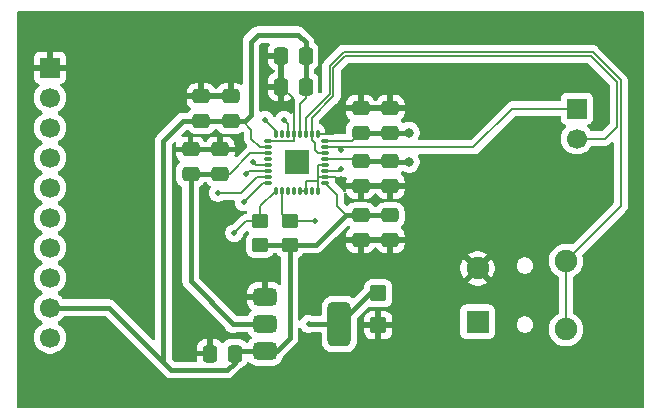
<source format=gbr>
%TF.GenerationSoftware,KiCad,Pcbnew,9.0.2*%
%TF.CreationDate,2025-05-19T22:02:46+02:00*%
%TF.ProjectId,audio_eval01,61756469-6f5f-4657-9661-6c30312e6b69,rev?*%
%TF.SameCoordinates,Original*%
%TF.FileFunction,Copper,L1,Top*%
%TF.FilePolarity,Positive*%
%FSLAX46Y46*%
G04 Gerber Fmt 4.6, Leading zero omitted, Abs format (unit mm)*
G04 Created by KiCad (PCBNEW 9.0.2) date 2025-05-19 22:02:46*
%MOMM*%
%LPD*%
G01*
G04 APERTURE LIST*
G04 Aperture macros list*
%AMRoundRect*
0 Rectangle with rounded corners*
0 $1 Rounding radius*
0 $2 $3 $4 $5 $6 $7 $8 $9 X,Y pos of 4 corners*
0 Add a 4 corners polygon primitive as box body*
4,1,4,$2,$3,$4,$5,$6,$7,$8,$9,$2,$3,0*
0 Add four circle primitives for the rounded corners*
1,1,$1+$1,$2,$3*
1,1,$1+$1,$4,$5*
1,1,$1+$1,$6,$7*
1,1,$1+$1,$8,$9*
0 Add four rect primitives between the rounded corners*
20,1,$1+$1,$2,$3,$4,$5,0*
20,1,$1+$1,$4,$5,$6,$7,0*
20,1,$1+$1,$6,$7,$8,$9,0*
20,1,$1+$1,$8,$9,$2,$3,0*%
G04 Aperture macros list end*
%TA.AperFunction,SMDPad,CuDef*%
%ADD10RoundRect,0.250000X0.337500X0.475000X-0.337500X0.475000X-0.337500X-0.475000X0.337500X-0.475000X0*%
%TD*%
%TA.AperFunction,SMDPad,CuDef*%
%ADD11RoundRect,0.250000X0.475000X-0.337500X0.475000X0.337500X-0.475000X0.337500X-0.475000X-0.337500X0*%
%TD*%
%TA.AperFunction,SMDPad,CuDef*%
%ADD12RoundRect,0.250000X-0.475000X0.337500X-0.475000X-0.337500X0.475000X-0.337500X0.475000X0.337500X0*%
%TD*%
%TA.AperFunction,ComponentPad*%
%ADD13R,1.700000X1.700000*%
%TD*%
%TA.AperFunction,ComponentPad*%
%ADD14C,1.700000*%
%TD*%
%TA.AperFunction,SMDPad,CuDef*%
%ADD15RoundRect,0.031250X-0.268750X-0.093750X0.268750X-0.093750X0.268750X0.093750X-0.268750X0.093750X0*%
%TD*%
%TA.AperFunction,SMDPad,CuDef*%
%ADD16RoundRect,0.031250X-0.093750X-0.268750X0.093750X-0.268750X0.093750X0.268750X-0.093750X0.268750X0*%
%TD*%
%TA.AperFunction,SMDPad,CuDef*%
%ADD17R,2.100000X2.100000*%
%TD*%
%TA.AperFunction,SMDPad,CuDef*%
%ADD18RoundRect,0.250000X0.450000X-0.350000X0.450000X0.350000X-0.450000X0.350000X-0.450000X-0.350000X0*%
%TD*%
%TA.AperFunction,SMDPad,CuDef*%
%ADD19RoundRect,0.250000X-0.445000X0.457500X-0.445000X-0.457500X0.445000X-0.457500X0.445000X0.457500X0*%
%TD*%
%TA.AperFunction,ComponentPad*%
%ADD20R,1.900000X1.900000*%
%TD*%
%TA.AperFunction,ComponentPad*%
%ADD21C,1.900000*%
%TD*%
%TA.AperFunction,SMDPad,CuDef*%
%ADD22RoundRect,0.375000X-0.625000X-0.375000X0.625000X-0.375000X0.625000X0.375000X-0.625000X0.375000X0*%
%TD*%
%TA.AperFunction,SMDPad,CuDef*%
%ADD23RoundRect,0.500000X-0.500000X-1.400000X0.500000X-1.400000X0.500000X1.400000X-0.500000X1.400000X0*%
%TD*%
%TA.AperFunction,ViaPad*%
%ADD24C,0.500000*%
%TD*%
%TA.AperFunction,ViaPad*%
%ADD25C,0.800000*%
%TD*%
%TA.AperFunction,Conductor*%
%ADD26C,0.200000*%
%TD*%
%TA.AperFunction,Conductor*%
%ADD27C,0.400000*%
%TD*%
G04 APERTURE END LIST*
D10*
%TO.P,C13,1*%
%TO.N,3V3*%
X145837500Y-74000000D03*
%TO.P,C13,2*%
%TO.N,GND*%
X143762500Y-74000000D03*
%TD*%
D11*
%TO.P,C5,1*%
%TO.N,3V3*%
X139500000Y-79500000D03*
%TO.P,C5,2*%
%TO.N,GND*%
X139500000Y-77425000D03*
%TD*%
D12*
%TO.P,C9,1*%
%TO.N,5V0*%
X150500000Y-82925000D03*
%TO.P,C9,2*%
%TO.N,GND*%
X150500000Y-85000000D03*
%TD*%
D13*
%TO.P,J3,1,Pin_1*%
%TO.N,Net-(J3-Pin_1)*%
X168800000Y-78460000D03*
D14*
%TO.P,J3,2,Pin_2*%
%TO.N,Net-(J3-Pin_2)*%
X168800000Y-81000000D03*
%TD*%
D12*
%TO.P,C6,1*%
%TO.N,3V3*%
X150500000Y-87500000D03*
%TO.P,C6,2*%
%TO.N,GND*%
X150500000Y-89575000D03*
%TD*%
D11*
%TO.P,C1,1*%
%TO.N,1V8*%
X136100000Y-84000000D03*
%TO.P,C1,2*%
%TO.N,GND*%
X136100000Y-81925000D03*
%TD*%
%TO.P,C4,1*%
%TO.N,3V3*%
X137000000Y-79500000D03*
%TO.P,C4,2*%
%TO.N,GND*%
X137000000Y-77425000D03*
%TD*%
D15*
%TO.P,U1,1,IOVSS*%
%TO.N,GND*%
X142700000Y-81250000D03*
%TO.P,U1,2,IOVDD*%
%TO.N,3V3*%
X142700000Y-81750000D03*
%TO.P,U1,3,DVDD*%
%TO.N,1V8*%
X142700000Y-82250000D03*
%TO.P,U1,4,NC*%
%TO.N,unconnected-(U1-NC-Pad4)*%
X142700000Y-82750000D03*
%TO.P,U1,5,DIN*%
%TO.N,DIN*%
X142700000Y-83250000D03*
%TO.P,U1,6,WCLK*%
%TO.N,WCLK*%
X142700000Y-83750000D03*
%TO.P,U1,7,BCLK*%
%TO.N,BCLK*%
X142700000Y-84250000D03*
%TO.P,U1,8,MCLK*%
%TO.N,MCLK*%
X142700000Y-84750000D03*
D16*
%TO.P,U1,9,SDA*%
%TO.N,SDA*%
X143350000Y-85400000D03*
%TO.P,U1,10,SCL*%
%TO.N,SCL*%
X143850000Y-85400000D03*
%TO.P,U1,11,VOL/MICDET*%
%TO.N,VOL{slash}MICDET*%
X144350000Y-85400000D03*
%TO.P,U1,12,MICBIAS*%
%TO.N,unconnected-(U1-MICBIAS-Pad12)*%
X144850000Y-85400000D03*
%TO.P,U1,13,AIN1*%
%TO.N,GND*%
X145350000Y-85400000D03*
%TO.P,U1,14,AIN2*%
X145850000Y-85400000D03*
%TO.P,U1,15,NC*%
%TO.N,unconnected-(U1-NC-Pad15)*%
X146350000Y-85400000D03*
%TO.P,U1,16,AVSS*%
%TO.N,GND*%
X146850000Y-85400000D03*
D15*
%TO.P,U1,17,AVDD*%
%TO.N,3V3*%
X147500000Y-84750000D03*
%TO.P,U1,18,DVSS*%
%TO.N,GND*%
X147500000Y-84250000D03*
%TO.P,U1,19,SPKM*%
%TO.N,Net-(J3-Pin_1)*%
X147500000Y-83750000D03*
%TO.P,U1,20,SPKVSS*%
%TO.N,GND*%
X147500000Y-83250000D03*
%TO.P,U1,21,SPKVDD*%
%TO.N,5V0*%
X147500000Y-82750000D03*
%TO.P,U1,22,SPKP*%
%TO.N,Net-(J3-Pin_2)*%
X147500000Y-82250000D03*
%TO.P,U1,23,SPKM*%
%TO.N,Net-(J3-Pin_1)*%
X147500000Y-81750000D03*
%TO.P,U1,24,SPKVDD*%
%TO.N,5V0*%
X147500000Y-81250000D03*
D16*
%TO.P,U1,25,SPKVSS*%
%TO.N,GND*%
X146850000Y-80600000D03*
%TO.P,U1,26,SPKP*%
%TO.N,Net-(J3-Pin_2)*%
X146350000Y-80600000D03*
%TO.P,U1,27,HPL*%
%TO.N,Net-(U1-HPL)*%
X145850000Y-80600000D03*
%TO.P,U1,28,HPVDD*%
%TO.N,3V3*%
X145350000Y-80600000D03*
%TO.P,U1,29,HPVSS*%
%TO.N,GND*%
X144850000Y-80600000D03*
%TO.P,U1,30,HPR*%
%TO.N,Net-(U1-HPR)*%
X144350000Y-80600000D03*
%TO.P,U1,31,~{RESET}*%
%TO.N,unconnected-(U1-~{RESET}-Pad31)*%
X143850000Y-80600000D03*
%TO.P,U1,32,GPIO1*%
%TO.N,GPIO1*%
X143350000Y-80600000D03*
D17*
%TO.P,U1,33,PAD*%
%TO.N,unconnected-(U1-PAD-Pad33)*%
X145100000Y-83000000D03*
%TD*%
D18*
%TO.P,R3,1*%
%TO.N,3V3*%
X144500000Y-90000000D03*
%TO.P,R3,2*%
%TO.N,SCL*%
X144500000Y-88000000D03*
%TD*%
D12*
%TO.P,C8,1*%
%TO.N,5V0*%
X153000000Y-82925000D03*
%TO.P,C8,2*%
%TO.N,GND*%
X153000000Y-85000000D03*
%TD*%
D11*
%TO.P,C11,1*%
%TO.N,5V0*%
X153000000Y-80500000D03*
%TO.P,C11,2*%
%TO.N,GND*%
X153000000Y-78425000D03*
%TD*%
D13*
%TO.P,J1,1,Pin_1*%
%TO.N,GND*%
X124200000Y-75000000D03*
D14*
%TO.P,J1,2,Pin_2*%
%TO.N,GPIO1*%
X124200000Y-77540000D03*
%TO.P,J1,3,Pin_3*%
%TO.N,DIN*%
X124200000Y-80080000D03*
%TO.P,J1,4,Pin_4*%
%TO.N,WCLK*%
X124200000Y-82620000D03*
%TO.P,J1,5,Pin_5*%
%TO.N,BCLK*%
X124200000Y-85160000D03*
%TO.P,J1,6,Pin_6*%
%TO.N,MCLK*%
X124200000Y-87700000D03*
%TO.P,J1,7,Pin_7*%
%TO.N,SDA*%
X124200000Y-90240000D03*
%TO.P,J1,8,Pin_8*%
%TO.N,SCL*%
X124200000Y-92780000D03*
%TO.P,J1,9,Pin_9*%
%TO.N,3V3*%
X124200000Y-95320000D03*
%TO.P,J1,10,Pin_10*%
%TO.N,5V0*%
X124200000Y-97860000D03*
%TD*%
D19*
%TO.P,C25,1*%
%TO.N,1V8*%
X152000000Y-94095000D03*
%TO.P,C25,2*%
%TO.N,GND*%
X152000000Y-96800000D03*
%TD*%
D11*
%TO.P,C2,1*%
%TO.N,1V8*%
X138600000Y-84000000D03*
%TO.P,C2,2*%
%TO.N,GND*%
X138600000Y-81925000D03*
%TD*%
D10*
%TO.P,C3,1*%
%TO.N,3V3*%
X139837500Y-99200000D03*
%TO.P,C3,2*%
%TO.N,GND*%
X137762500Y-99200000D03*
%TD*%
D20*
%TO.P,J2,R*%
%TO.N,Net-(U1-HPR)*%
X160400000Y-96500000D03*
D21*
%TO.P,J2,S*%
%TO.N,GND*%
X160400000Y-92000000D03*
%TO.P,J2,T*%
%TO.N,Net-(U1-HPL)*%
X167900000Y-97150000D03*
X167900000Y-91350000D03*
%TD*%
D22*
%TO.P,U2,1,GND*%
%TO.N,GND*%
X142400000Y-94400000D03*
%TO.P,U2,2,VO*%
%TO.N,1V8*%
X142400000Y-96700000D03*
D23*
X148700000Y-96700000D03*
D22*
%TO.P,U2,3,VI*%
%TO.N,3V3*%
X142400000Y-99000000D03*
%TD*%
D10*
%TO.P,C12,1*%
%TO.N,3V3*%
X145837500Y-76600000D03*
%TO.P,C12,2*%
%TO.N,GND*%
X143762500Y-76600000D03*
%TD*%
D18*
%TO.P,R1,1*%
%TO.N,3V3*%
X142000000Y-90000000D03*
%TO.P,R1,2*%
%TO.N,SDA*%
X142000000Y-88000000D03*
%TD*%
D12*
%TO.P,C7,1*%
%TO.N,3V3*%
X153000000Y-87500000D03*
%TO.P,C7,2*%
%TO.N,GND*%
X153000000Y-89575000D03*
%TD*%
D11*
%TO.P,C10,1*%
%TO.N,5V0*%
X150500000Y-80500000D03*
%TO.P,C10,2*%
%TO.N,GND*%
X150500000Y-78425000D03*
%TD*%
D24*
%TO.N,SCL*%
X146600000Y-88000000D03*
%TO.N,MCLK*%
X140600000Y-86400000D03*
%TO.N,GPIO1*%
X142400000Y-79400000D03*
%TO.N,WCLK*%
X140800000Y-84000000D03*
%TO.N,BCLK*%
X138400000Y-85600000D03*
%TO.N,SDA*%
X139800000Y-89000000D03*
%TO.N,GND*%
X142200000Y-74600000D03*
X142200000Y-76600000D03*
D25*
X148800000Y-84600000D03*
D24*
X142200000Y-75600000D03*
X136200000Y-98000000D03*
X138600000Y-91400000D03*
X148600000Y-80200000D03*
X151700000Y-86200000D03*
X138600000Y-93600000D03*
X152000000Y-76600000D03*
X140200000Y-91400000D03*
X153800000Y-76600000D03*
X135400000Y-98000000D03*
X135400000Y-96800000D03*
X140200000Y-93600000D03*
X150200000Y-76600000D03*
X139400000Y-94400000D03*
X142200000Y-77600000D03*
X135391896Y-99200000D03*
%TO.N,1V8*%
X146100000Y-96700000D03*
X139700000Y-96700000D03*
%TO.N,DIN*%
X141400000Y-83000000D03*
D25*
%TO.N,5V0*%
X154600000Y-80500000D03*
X154600000Y-83000000D03*
D24*
%TO.N,Net-(U1-HPR)*%
X144000000Y-79400000D03*
%TO.N,Net-(J3-Pin_1)*%
X148800000Y-82000000D03*
X148800000Y-83600000D03*
%TD*%
D26*
%TO.N,SCL*%
X143850000Y-87350000D02*
X143850000Y-85400000D01*
X144500000Y-88000000D02*
X143850000Y-87350000D01*
X146600000Y-88000000D02*
X144500000Y-88000000D01*
%TO.N,MCLK*%
X142250000Y-84750000D02*
X142700000Y-84750000D01*
X140600000Y-86400000D02*
X142250000Y-84750000D01*
%TO.N,GPIO1*%
X143350000Y-80600000D02*
X143350000Y-80350000D01*
X143350000Y-80350000D02*
X142400000Y-79400000D01*
%TO.N,WCLK*%
X141050000Y-83750000D02*
X142700000Y-83750000D01*
X140800000Y-84000000D02*
X141050000Y-83750000D01*
%TO.N,BCLK*%
X142700000Y-84250000D02*
X141750000Y-84250000D01*
X140400000Y-85600000D02*
X141750000Y-84250000D01*
X140400000Y-85600000D02*
X138400000Y-85600000D01*
%TO.N,SDA*%
X142000000Y-88000000D02*
X140800000Y-88000000D01*
X140800000Y-88000000D02*
X139800000Y-89000000D01*
X142000000Y-86750000D02*
X143350000Y-85400000D01*
X142000000Y-88000000D02*
X142000000Y-86750000D01*
%TO.N,GND*%
X148350000Y-84250000D02*
X147500000Y-84250000D01*
X148200000Y-80600000D02*
X146850000Y-80600000D01*
X146850000Y-83250000D02*
X146850000Y-84566762D01*
X144850000Y-81250000D02*
X144850000Y-80600000D01*
X148600000Y-80200000D02*
X148200000Y-80600000D01*
X144850000Y-77687500D02*
X143762500Y-76600000D01*
X145850000Y-85400000D02*
X145850000Y-84566762D01*
X146850000Y-84566762D02*
X146850000Y-84250000D01*
X147500000Y-83250000D02*
X146850000Y-83250000D01*
X145850000Y-84566762D02*
X146850000Y-84566762D01*
X148800000Y-84600000D02*
X148350000Y-84250000D01*
X146850000Y-85400000D02*
X146850000Y-84566762D01*
X142700000Y-81250000D02*
X144850000Y-81250000D01*
X144850000Y-80600000D02*
X144850000Y-77687500D01*
X145350000Y-85400000D02*
X145850000Y-85400000D01*
X146850000Y-84250000D02*
X147500000Y-84250000D01*
D27*
%TO.N,3V3*%
X124200000Y-95320000D02*
X129180000Y-95320000D01*
D26*
X148500000Y-86750000D02*
X149250000Y-87500000D01*
D27*
X145837500Y-76600000D02*
X145837500Y-74000000D01*
X142400000Y-99000000D02*
X143400000Y-99000000D01*
X140700000Y-79500000D02*
X141200000Y-79000000D01*
X146750000Y-90000000D02*
X149250000Y-87500000D01*
X142000000Y-90000000D02*
X144500000Y-90000000D01*
X141200000Y-79000000D02*
X141200000Y-72800000D01*
X143400000Y-99000000D02*
X144500000Y-97900000D01*
X135500000Y-79500000D02*
X133800000Y-81200000D01*
D26*
X141955708Y-81750000D02*
X142700000Y-81750000D01*
X141250000Y-81044292D02*
X141955708Y-81750000D01*
D27*
X139200000Y-100600000D02*
X134460000Y-100600000D01*
X145837500Y-72837500D02*
X145837500Y-74000000D01*
D26*
X147500000Y-84750000D02*
X148500000Y-85750000D01*
X148500000Y-85750000D02*
X148500000Y-86750000D01*
D27*
X137000000Y-79500000D02*
X135500000Y-79500000D01*
D26*
X145350000Y-78050000D02*
X145837500Y-77562500D01*
D27*
X150500000Y-87500000D02*
X153000000Y-87500000D01*
X129180000Y-95320000D02*
X134130000Y-100270000D01*
X139837500Y-99200000D02*
X139837500Y-99962500D01*
X133800000Y-81200000D02*
X133800000Y-99940000D01*
X140037500Y-99000000D02*
X139837500Y-99200000D01*
X142400000Y-99000000D02*
X140037500Y-99000000D01*
D26*
X145837500Y-77562500D02*
X145837500Y-76600000D01*
D27*
X145200000Y-72200000D02*
X145837500Y-72837500D01*
X139837500Y-99962500D02*
X139200000Y-100600000D01*
X141800000Y-72200000D02*
X145200000Y-72200000D01*
X149250000Y-87500000D02*
X150500000Y-87500000D01*
D26*
X141250000Y-80250000D02*
X141250000Y-81044292D01*
D27*
X141200000Y-72800000D02*
X141800000Y-72200000D01*
X144500000Y-97900000D02*
X144500000Y-90000000D01*
X133800000Y-99940000D02*
X134130000Y-100270000D01*
X139500000Y-79500000D02*
X140700000Y-79500000D01*
X134460000Y-100600000D02*
X134130000Y-100270000D01*
X144500000Y-90000000D02*
X146750000Y-90000000D01*
D26*
X145350000Y-80600000D02*
X145350000Y-78050000D01*
D27*
X139500000Y-79500000D02*
X137000000Y-79500000D01*
D26*
X140500000Y-79500000D02*
X141250000Y-80250000D01*
D27*
%TO.N,1V8*%
X136100000Y-93100000D02*
X136100000Y-84000000D01*
X148700000Y-96700000D02*
X146100000Y-96700000D01*
X136100000Y-84000000D02*
X138600000Y-84000000D01*
D26*
X141150000Y-82250000D02*
X142700000Y-82250000D01*
D27*
X151305000Y-94095000D02*
X148700000Y-96700000D01*
X152000000Y-94095000D02*
X151305000Y-94095000D01*
X139700000Y-96700000D02*
X136100000Y-93100000D01*
X142400000Y-96700000D02*
X139700000Y-96700000D01*
D26*
X139400000Y-84000000D02*
X141150000Y-82250000D01*
X138600000Y-84000000D02*
X139400000Y-84000000D01*
%TO.N,DIN*%
X141650000Y-83250000D02*
X141400000Y-83000000D01*
X142700000Y-83250000D02*
X141650000Y-83250000D01*
D27*
%TO.N,5V0*%
X153000000Y-80500000D02*
X150500000Y-80500000D01*
X154600000Y-83000000D02*
X153075000Y-83000000D01*
D26*
X153075000Y-83000000D02*
X153000000Y-82925000D01*
D27*
X153000000Y-80500000D02*
X154600000Y-80500000D01*
D26*
X147500000Y-82750000D02*
X150325000Y-82750000D01*
X150325000Y-82750000D02*
X150500000Y-82925000D01*
X147500000Y-81250000D02*
X149750000Y-81250000D01*
D27*
X150500000Y-82925000D02*
X153000000Y-82925000D01*
D26*
X149750000Y-81250000D02*
X150500000Y-80500000D01*
%TO.N,Net-(U1-HPR)*%
X144350000Y-79750000D02*
X144000000Y-79400000D01*
X144350000Y-80600000D02*
X144350000Y-79750000D01*
%TO.N,Net-(U1-HPL)*%
X172528000Y-86722000D02*
X167900000Y-91350000D01*
X167900000Y-97150000D02*
X167900000Y-91350000D01*
X170135862Y-73672000D02*
X172528000Y-76064138D01*
X149064138Y-73672000D02*
X170135862Y-73672000D01*
X147872000Y-74864138D02*
X149064138Y-73672000D01*
X145850000Y-79286138D02*
X147872000Y-77264138D01*
X145850000Y-80600000D02*
X145850000Y-79286138D01*
X172528000Y-76064138D02*
X172528000Y-86722000D01*
X147872000Y-77264138D02*
X147872000Y-74864138D01*
%TO.N,Net-(J3-Pin_2)*%
X148200000Y-75000000D02*
X149200000Y-74000000D01*
X146350000Y-80600000D02*
X146350000Y-79250000D01*
X172200000Y-76200000D02*
X172200000Y-80000000D01*
X146350000Y-79250000D02*
X148200000Y-77400000D01*
X146600000Y-82000000D02*
X146850000Y-82250000D01*
X148200000Y-77400000D02*
X148200000Y-75000000D01*
X146350000Y-81150000D02*
X146600000Y-81400000D01*
X146850000Y-82250000D02*
X147500000Y-82250000D01*
X172200000Y-80000000D02*
X171200000Y-81000000D01*
X171200000Y-81000000D02*
X168800000Y-81000000D01*
X146350000Y-80600000D02*
X146350000Y-81150000D01*
X170000000Y-74000000D02*
X172200000Y-76200000D01*
X146600000Y-81400000D02*
X146600000Y-82000000D01*
X149200000Y-74000000D02*
X170000000Y-74000000D01*
%TO.N,Net-(J3-Pin_1)*%
X147500000Y-83750000D02*
X148650000Y-83750000D01*
X148650000Y-83750000D02*
X148800000Y-83600000D01*
X148800000Y-81950000D02*
X149000000Y-81750000D01*
X148800000Y-82000000D02*
X148550000Y-81750000D01*
X147500000Y-81750000D02*
X149000000Y-81750000D01*
X148550000Y-81750000D02*
X147500000Y-81750000D01*
X149000000Y-81750000D02*
X160050000Y-81750000D01*
X163340000Y-78460000D02*
X168800000Y-78460000D01*
X160050000Y-81750000D02*
X163340000Y-78460000D01*
X148800000Y-82000000D02*
X148800000Y-81950000D01*
%TD*%
%TA.AperFunction,Conductor*%
%TO.N,GND*%
G36*
X138364951Y-80220185D02*
G01*
X138403449Y-80259401D01*
X138432288Y-80306156D01*
X138556344Y-80430212D01*
X138705666Y-80522314D01*
X138872203Y-80577499D01*
X138974991Y-80588000D01*
X140025008Y-80587999D01*
X140025016Y-80587998D01*
X140025019Y-80587998D01*
X140081302Y-80582248D01*
X140127797Y-80577499D01*
X140294334Y-80522314D01*
X140443656Y-80430212D01*
X140443657Y-80430210D01*
X140445140Y-80429296D01*
X140473673Y-80421488D01*
X140501391Y-80411150D01*
X140506997Y-80412369D01*
X140512532Y-80410855D01*
X140540761Y-80419714D01*
X140569664Y-80426002D01*
X140576066Y-80430794D01*
X140579196Y-80431777D01*
X140597918Y-80447153D01*
X140613181Y-80462416D01*
X140646666Y-80523739D01*
X140649500Y-80550097D01*
X140649500Y-80957622D01*
X140649499Y-80957640D01*
X140649499Y-81123346D01*
X140649498Y-81123346D01*
X140690424Y-81276081D01*
X140690425Y-81276082D01*
X140713612Y-81316242D01*
X140713613Y-81316244D01*
X140769475Y-81413001D01*
X140769481Y-81413009D01*
X140885526Y-81529054D01*
X140919011Y-81590377D01*
X140914027Y-81660069D01*
X140872155Y-81716002D01*
X140859845Y-81724122D01*
X140781287Y-81769477D01*
X140781282Y-81769481D01*
X140023851Y-82526912D01*
X139962528Y-82560397D01*
X139892836Y-82555413D01*
X139836903Y-82513541D01*
X139812486Y-82448077D01*
X139814310Y-82421981D01*
X139813818Y-82421931D01*
X139824999Y-82312486D01*
X139825000Y-82312473D01*
X139825000Y-82175000D01*
X134875001Y-82175000D01*
X134875001Y-82312486D01*
X134885494Y-82415197D01*
X134940641Y-82581619D01*
X134940643Y-82581624D01*
X135032684Y-82730845D01*
X135156655Y-82854816D01*
X135156659Y-82854819D01*
X135159656Y-82856668D01*
X135161279Y-82858472D01*
X135162323Y-82859298D01*
X135162181Y-82859476D01*
X135206381Y-82908616D01*
X135217602Y-82977579D01*
X135189759Y-83041661D01*
X135159661Y-83067741D01*
X135156349Y-83069783D01*
X135156343Y-83069788D01*
X135032289Y-83193842D01*
X134940187Y-83343163D01*
X134940186Y-83343166D01*
X134885001Y-83509703D01*
X134885001Y-83509704D01*
X134885000Y-83509704D01*
X134874500Y-83612483D01*
X134874500Y-84387501D01*
X134874501Y-84387519D01*
X134885000Y-84490296D01*
X134885001Y-84490299D01*
X134940185Y-84656831D01*
X134940187Y-84656836D01*
X134949632Y-84672148D01*
X135032288Y-84806156D01*
X135156344Y-84930212D01*
X135305666Y-85022314D01*
X135314498Y-85025240D01*
X135371944Y-85065008D01*
X135398771Y-85129522D01*
X135399500Y-85142948D01*
X135399500Y-93031006D01*
X135399500Y-93168994D01*
X135399500Y-93168996D01*
X135399499Y-93168996D01*
X135426418Y-93304322D01*
X135426421Y-93304332D01*
X135479222Y-93431807D01*
X135555887Y-93546545D01*
X135555888Y-93546546D01*
X138996316Y-96986973D01*
X139023196Y-97027201D01*
X139034914Y-97055491D01*
X139034919Y-97055501D01*
X139117048Y-97178415D01*
X139117051Y-97178419D01*
X139221580Y-97282948D01*
X139221584Y-97282951D01*
X139344498Y-97365080D01*
X139344511Y-97365087D01*
X139462507Y-97413962D01*
X139481087Y-97421658D01*
X139481091Y-97421658D01*
X139481092Y-97421659D01*
X139626079Y-97450500D01*
X139626082Y-97450500D01*
X139773920Y-97450500D01*
X139871462Y-97431096D01*
X139918913Y-97421658D01*
X139937493Y-97413962D01*
X139947206Y-97409939D01*
X139994658Y-97400500D01*
X140882260Y-97400500D01*
X140949299Y-97420185D01*
X140993348Y-97469406D01*
X141032967Y-97549292D01*
X141032969Y-97549295D01*
X141152277Y-97697721D01*
X141152278Y-97697722D01*
X141221486Y-97753353D01*
X141261405Y-97810696D01*
X141263985Y-97880518D01*
X141228406Y-97940651D01*
X141221486Y-97946647D01*
X141152278Y-98002277D01*
X141152277Y-98002278D01*
X141032969Y-98150704D01*
X141032967Y-98150707D01*
X140993348Y-98230594D01*
X140982570Y-98242255D01*
X140975973Y-98256703D01*
X140959341Y-98267391D01*
X140945927Y-98281907D01*
X140929835Y-98286353D01*
X140917195Y-98294477D01*
X140882260Y-98299500D01*
X140861868Y-98299500D01*
X140794829Y-98279815D01*
X140773653Y-98260616D01*
X140772819Y-98261451D01*
X140643657Y-98132289D01*
X140643656Y-98132288D01*
X140494334Y-98040186D01*
X140327797Y-97985001D01*
X140327795Y-97985000D01*
X140225010Y-97974500D01*
X139449998Y-97974500D01*
X139449980Y-97974501D01*
X139347203Y-97985000D01*
X139347200Y-97985001D01*
X139180668Y-98040185D01*
X139180663Y-98040187D01*
X139031342Y-98132289D01*
X138907288Y-98256343D01*
X138907283Y-98256349D01*
X138905241Y-98259661D01*
X138903247Y-98261453D01*
X138902807Y-98262011D01*
X138902711Y-98261935D01*
X138853291Y-98306383D01*
X138784328Y-98317602D01*
X138720247Y-98289755D01*
X138694168Y-98259656D01*
X138692319Y-98256659D01*
X138692316Y-98256655D01*
X138568345Y-98132684D01*
X138419124Y-98040643D01*
X138419119Y-98040641D01*
X138252697Y-97985494D01*
X138252690Y-97985493D01*
X138149986Y-97975000D01*
X138012500Y-97975000D01*
X138012500Y-99076000D01*
X137992815Y-99143039D01*
X137940011Y-99188794D01*
X137888500Y-99200000D01*
X137762500Y-99200000D01*
X137762500Y-99326000D01*
X137742815Y-99393039D01*
X137690011Y-99438794D01*
X137638500Y-99450000D01*
X136675001Y-99450000D01*
X136675001Y-99724984D01*
X136678875Y-99762897D01*
X136666106Y-99831590D01*
X136618226Y-99882475D01*
X136555517Y-99899500D01*
X134801519Y-99899500D01*
X134734480Y-99879815D01*
X134713838Y-99863181D01*
X134536819Y-99686162D01*
X134503334Y-99624839D01*
X134500500Y-99598481D01*
X134500500Y-98675013D01*
X136675000Y-98675013D01*
X136675000Y-98950000D01*
X137512500Y-98950000D01*
X137512500Y-97975000D01*
X137375027Y-97975000D01*
X137375012Y-97975001D01*
X137272302Y-97985494D01*
X137105880Y-98040641D01*
X137105875Y-98040643D01*
X136956654Y-98132684D01*
X136832684Y-98256654D01*
X136740643Y-98405875D01*
X136740641Y-98405880D01*
X136685494Y-98572302D01*
X136685493Y-98572309D01*
X136675000Y-98675013D01*
X134500500Y-98675013D01*
X134500500Y-81541519D01*
X134520185Y-81474480D01*
X134536813Y-81453843D01*
X134678905Y-81311751D01*
X134740224Y-81278269D01*
X134809916Y-81283253D01*
X134865850Y-81325124D01*
X134890267Y-81390589D01*
X134885609Y-81427910D01*
X134886911Y-81428189D01*
X134885493Y-81434809D01*
X134875000Y-81537513D01*
X134875000Y-81675000D01*
X135850000Y-81675000D01*
X136350000Y-81675000D01*
X138350000Y-81675000D01*
X138850000Y-81675000D01*
X139824999Y-81675000D01*
X139824999Y-81537528D01*
X139824998Y-81537513D01*
X139814505Y-81434802D01*
X139759358Y-81268380D01*
X139759356Y-81268375D01*
X139667315Y-81119154D01*
X139543345Y-80995184D01*
X139394124Y-80903143D01*
X139394119Y-80903141D01*
X139227697Y-80847994D01*
X139227690Y-80847993D01*
X139124986Y-80837500D01*
X138850000Y-80837500D01*
X138850000Y-81675000D01*
X138350000Y-81675000D01*
X138350000Y-80837500D01*
X138075029Y-80837500D01*
X138075012Y-80837501D01*
X137972302Y-80847994D01*
X137805880Y-80903141D01*
X137805875Y-80903143D01*
X137656654Y-80995184D01*
X137532683Y-81119155D01*
X137532680Y-81119159D01*
X137455538Y-81244226D01*
X137403590Y-81290951D01*
X137334628Y-81302172D01*
X137270546Y-81274329D01*
X137244462Y-81244226D01*
X137167319Y-81119159D01*
X137167316Y-81119155D01*
X137043345Y-80995184D01*
X136894124Y-80903143D01*
X136894119Y-80903141D01*
X136727697Y-80847994D01*
X136727690Y-80847993D01*
X136624986Y-80837500D01*
X136350000Y-80837500D01*
X136350000Y-81675000D01*
X135850000Y-81675000D01*
X135850000Y-80837500D01*
X135575029Y-80837500D01*
X135575012Y-80837501D01*
X135472298Y-80847994D01*
X135465681Y-80849411D01*
X135465200Y-80847164D01*
X135406079Y-80849181D01*
X135346047Y-80813433D01*
X135314871Y-80750904D01*
X135322451Y-80681447D01*
X135349252Y-80641404D01*
X135726868Y-80263788D01*
X135788189Y-80230305D01*
X135857881Y-80235289D01*
X135913814Y-80277161D01*
X135920084Y-80286372D01*
X135932285Y-80306152D01*
X135932288Y-80306156D01*
X136056344Y-80430212D01*
X136205666Y-80522314D01*
X136372203Y-80577499D01*
X136474991Y-80588000D01*
X137525008Y-80587999D01*
X137525016Y-80587998D01*
X137525019Y-80587998D01*
X137581302Y-80582248D01*
X137627797Y-80577499D01*
X137794334Y-80522314D01*
X137943656Y-80430212D01*
X138067712Y-80306156D01*
X138096549Y-80259402D01*
X138104136Y-80252578D01*
X138108375Y-80243297D01*
X138129674Y-80229608D01*
X138148497Y-80212679D01*
X138160132Y-80210034D01*
X138167153Y-80205523D01*
X138202088Y-80200500D01*
X138297912Y-80200500D01*
X138364951Y-80220185D01*
G37*
%TD.AperFunction*%
%TA.AperFunction,Conductor*%
G36*
X137464951Y-84720185D02*
G01*
X137503449Y-84759401D01*
X137532288Y-84806156D01*
X137656344Y-84930212D01*
X137751250Y-84988750D01*
X137797974Y-85040696D01*
X137809197Y-85109659D01*
X137789256Y-85163178D01*
X137734918Y-85244500D01*
X137734912Y-85244511D01*
X137678343Y-85381082D01*
X137678340Y-85381092D01*
X137649500Y-85526079D01*
X137649500Y-85673919D01*
X137678340Y-85818907D01*
X137678343Y-85818917D01*
X137734912Y-85955488D01*
X137734919Y-85955501D01*
X137817048Y-86078415D01*
X137817051Y-86078419D01*
X137921580Y-86182948D01*
X137921584Y-86182951D01*
X138044498Y-86265080D01*
X138044511Y-86265087D01*
X138164260Y-86314688D01*
X138181087Y-86321658D01*
X138181091Y-86321658D01*
X138181092Y-86321659D01*
X138326079Y-86350500D01*
X138326082Y-86350500D01*
X138473920Y-86350500D01*
X138571462Y-86331096D01*
X138618913Y-86321658D01*
X138755495Y-86265084D01*
X138820876Y-86221398D01*
X138887553Y-86200520D01*
X138889767Y-86200500D01*
X139725500Y-86200500D01*
X139792539Y-86220185D01*
X139838294Y-86272989D01*
X139849500Y-86324500D01*
X139849500Y-86326082D01*
X139849500Y-86473918D01*
X139849500Y-86473920D01*
X139849499Y-86473920D01*
X139878340Y-86618907D01*
X139878343Y-86618917D01*
X139934912Y-86755488D01*
X139934919Y-86755501D01*
X140017048Y-86878415D01*
X140017051Y-86878419D01*
X140121580Y-86982948D01*
X140121584Y-86982951D01*
X140244498Y-87065080D01*
X140244511Y-87065087D01*
X140373984Y-87118716D01*
X140381087Y-87121658D01*
X140381091Y-87121658D01*
X140381092Y-87121659D01*
X140526079Y-87150500D01*
X140526082Y-87150500D01*
X140673919Y-87150500D01*
X140708153Y-87143690D01*
X140739457Y-87137463D01*
X140757787Y-87139103D01*
X140775872Y-87135684D01*
X140791865Y-87142152D01*
X140809048Y-87143690D01*
X140823582Y-87154980D01*
X140840645Y-87161881D01*
X140850602Y-87175969D01*
X140864226Y-87186552D01*
X140870349Y-87203907D01*
X140880972Y-87218938D01*
X140881732Y-87236173D01*
X140887471Y-87252441D01*
X140883239Y-87270350D01*
X140884050Y-87288740D01*
X140872240Y-87316900D01*
X140871404Y-87320439D01*
X140870816Y-87321459D01*
X140869996Y-87322866D01*
X140865186Y-87330666D01*
X140864827Y-87331746D01*
X140861259Y-87337878D01*
X140839819Y-87358177D01*
X140820303Y-87380342D01*
X140814694Y-87381964D01*
X140810522Y-87385915D01*
X140783164Y-87391087D01*
X140754092Y-87399499D01*
X140720943Y-87399499D01*
X140655451Y-87417048D01*
X140568214Y-87440423D01*
X140568209Y-87440426D01*
X140431290Y-87519475D01*
X140431282Y-87519481D01*
X139721699Y-88229064D01*
X139660376Y-88262549D01*
X139658210Y-88263000D01*
X139581092Y-88278340D01*
X139581084Y-88278342D01*
X139444511Y-88334912D01*
X139444498Y-88334919D01*
X139321584Y-88417048D01*
X139321580Y-88417051D01*
X139217051Y-88521580D01*
X139217048Y-88521584D01*
X139134919Y-88644498D01*
X139134912Y-88644511D01*
X139078343Y-88781082D01*
X139078340Y-88781092D01*
X139049500Y-88926079D01*
X139049500Y-88926082D01*
X139049500Y-89073918D01*
X139049500Y-89073920D01*
X139049499Y-89073920D01*
X139078340Y-89218907D01*
X139078343Y-89218917D01*
X139134912Y-89355488D01*
X139134919Y-89355501D01*
X139217048Y-89478415D01*
X139217051Y-89478419D01*
X139321580Y-89582948D01*
X139321584Y-89582951D01*
X139444498Y-89665080D01*
X139444511Y-89665087D01*
X139580911Y-89721585D01*
X139581087Y-89721658D01*
X139581091Y-89721658D01*
X139581092Y-89721659D01*
X139726079Y-89750500D01*
X139726082Y-89750500D01*
X139873920Y-89750500D01*
X139971462Y-89731096D01*
X140018913Y-89721658D01*
X140155495Y-89665084D01*
X140278416Y-89582951D01*
X140382951Y-89478416D01*
X140465084Y-89355495D01*
X140475369Y-89330666D01*
X140490482Y-89294178D01*
X140521658Y-89218913D01*
X140536999Y-89141786D01*
X140569381Y-89079879D01*
X140570872Y-89078361D01*
X140806253Y-88842981D01*
X140814197Y-88838643D01*
X140819623Y-88831396D01*
X140844382Y-88822161D01*
X140867575Y-88809497D01*
X140876604Y-88810142D01*
X140885087Y-88806979D01*
X140910907Y-88812595D01*
X140937267Y-88814481D01*
X140946320Y-88820299D01*
X140953360Y-88821831D01*
X140981614Y-88842982D01*
X141050951Y-88912319D01*
X141084436Y-88973642D01*
X141079452Y-89043334D01*
X141050951Y-89087681D01*
X140957289Y-89181342D01*
X140865187Y-89330663D01*
X140865186Y-89330666D01*
X140810001Y-89497203D01*
X140810001Y-89497204D01*
X140810000Y-89497204D01*
X140799500Y-89599983D01*
X140799500Y-90400001D01*
X140799501Y-90400019D01*
X140810000Y-90502796D01*
X140810001Y-90502799D01*
X140865185Y-90669331D01*
X140865187Y-90669336D01*
X140884409Y-90700500D01*
X140957288Y-90818656D01*
X141081344Y-90942712D01*
X141230666Y-91034814D01*
X141397203Y-91089999D01*
X141499991Y-91100500D01*
X142500008Y-91100499D01*
X142500016Y-91100498D01*
X142500019Y-91100498D01*
X142556302Y-91094748D01*
X142602797Y-91089999D01*
X142769334Y-91034814D01*
X142918656Y-90942712D01*
X143042712Y-90818656D01*
X143079259Y-90759402D01*
X143086846Y-90752578D01*
X143091085Y-90743297D01*
X143112384Y-90729608D01*
X143131207Y-90712679D01*
X143142842Y-90710034D01*
X143149863Y-90705523D01*
X143184798Y-90700500D01*
X143315202Y-90700500D01*
X143382241Y-90720185D01*
X143420739Y-90759401D01*
X143457288Y-90818656D01*
X143581344Y-90942712D01*
X143730666Y-91034814D01*
X143730667Y-91034814D01*
X143736813Y-91038605D01*
X143735706Y-91040399D01*
X143780337Y-91079687D01*
X143799500Y-91145908D01*
X143799500Y-93266153D01*
X143779815Y-93333192D01*
X143727011Y-93378947D01*
X143657853Y-93388891D01*
X143597813Y-93362800D01*
X143499025Y-93283392D01*
X143499022Y-93283390D01*
X143328523Y-93198831D01*
X143143824Y-93152897D01*
X143101097Y-93150000D01*
X142650000Y-93150000D01*
X142650000Y-94276000D01*
X142630315Y-94343039D01*
X142577511Y-94388794D01*
X142526000Y-94400000D01*
X142400000Y-94400000D01*
X142400000Y-94526000D01*
X142380315Y-94593039D01*
X142327511Y-94638794D01*
X142276000Y-94650000D01*
X140900000Y-94650000D01*
X140900000Y-94851096D01*
X140902897Y-94893824D01*
X140948831Y-95078523D01*
X141033390Y-95249022D01*
X141033392Y-95249025D01*
X141152630Y-95397364D01*
X141221884Y-95453031D01*
X141261803Y-95510375D01*
X141264383Y-95580197D01*
X141228805Y-95640329D01*
X141221885Y-95646326D01*
X141152276Y-95702280D01*
X141032969Y-95850704D01*
X141032967Y-95850707D01*
X140993348Y-95930594D01*
X140945927Y-95981907D01*
X140882260Y-95999500D01*
X140041519Y-95999500D01*
X139974480Y-95979815D01*
X139953838Y-95963181D01*
X137939560Y-93948903D01*
X140900000Y-93948903D01*
X140900000Y-94150000D01*
X142150000Y-94150000D01*
X142150000Y-93150000D01*
X141698903Y-93150000D01*
X141656175Y-93152897D01*
X141471476Y-93198831D01*
X141300977Y-93283390D01*
X141300974Y-93283392D01*
X141152633Y-93402632D01*
X141152632Y-93402633D01*
X141033392Y-93550974D01*
X141033390Y-93550977D01*
X140948831Y-93721476D01*
X140902897Y-93906175D01*
X140900000Y-93948903D01*
X137939560Y-93948903D01*
X136836819Y-92846162D01*
X136803334Y-92784839D01*
X136800500Y-92758481D01*
X136800500Y-85142948D01*
X136820185Y-85075909D01*
X136872989Y-85030154D01*
X136885488Y-85025244D01*
X136894334Y-85022314D01*
X137043656Y-84930212D01*
X137167712Y-84806156D01*
X137196549Y-84759402D01*
X137204136Y-84752578D01*
X137208375Y-84743297D01*
X137229674Y-84729608D01*
X137248497Y-84712679D01*
X137260132Y-84710034D01*
X137267153Y-84705523D01*
X137302088Y-84700500D01*
X137397912Y-84700500D01*
X137464951Y-84720185D01*
G37*
%TD.AperFunction*%
%TA.AperFunction,Conductor*%
G36*
X169766942Y-74620185D02*
G01*
X169787584Y-74636819D01*
X171563181Y-76412416D01*
X171596666Y-76473739D01*
X171599500Y-76500097D01*
X171599500Y-79699902D01*
X171579815Y-79766941D01*
X171563181Y-79787583D01*
X170987584Y-80363181D01*
X170926261Y-80396666D01*
X170899903Y-80399500D01*
X170085719Y-80399500D01*
X170018680Y-80379815D01*
X169975235Y-80331795D01*
X169955052Y-80292185D01*
X169955051Y-80292184D01*
X169830109Y-80120213D01*
X169716569Y-80006673D01*
X169683084Y-79945350D01*
X169688068Y-79875658D01*
X169729940Y-79819725D01*
X169760915Y-79802810D01*
X169892331Y-79753796D01*
X170007546Y-79667546D01*
X170093796Y-79552331D01*
X170144091Y-79417483D01*
X170150500Y-79357873D01*
X170150499Y-77562128D01*
X170144091Y-77502517D01*
X170135622Y-77479811D01*
X170093797Y-77367671D01*
X170093793Y-77367664D01*
X170007547Y-77252455D01*
X170007544Y-77252452D01*
X169892335Y-77166206D01*
X169892328Y-77166202D01*
X169757482Y-77115908D01*
X169757483Y-77115908D01*
X169697883Y-77109501D01*
X169697881Y-77109500D01*
X169697873Y-77109500D01*
X169697864Y-77109500D01*
X167902129Y-77109500D01*
X167902123Y-77109501D01*
X167842516Y-77115908D01*
X167707671Y-77166202D01*
X167707664Y-77166206D01*
X167592455Y-77252452D01*
X167592452Y-77252455D01*
X167506206Y-77367664D01*
X167506202Y-77367671D01*
X167455908Y-77502517D01*
X167450696Y-77551000D01*
X167449501Y-77562123D01*
X167449500Y-77562135D01*
X167449500Y-77735500D01*
X167429815Y-77802539D01*
X167377011Y-77848294D01*
X167325500Y-77859500D01*
X163426670Y-77859500D01*
X163426654Y-77859499D01*
X163419058Y-77859499D01*
X163260943Y-77859499D01*
X163184579Y-77879961D01*
X163108214Y-77900423D01*
X163108209Y-77900426D01*
X162971290Y-77979475D01*
X162971282Y-77979481D01*
X159837584Y-81113181D01*
X159776261Y-81146666D01*
X159749903Y-81149500D01*
X155481029Y-81149500D01*
X155413990Y-81129815D01*
X155368235Y-81077011D01*
X155358291Y-81007853D01*
X155377927Y-80956610D01*
X155398006Y-80926558D01*
X155398007Y-80926554D01*
X155398013Y-80926547D01*
X155465894Y-80762666D01*
X155467727Y-80753454D01*
X155493278Y-80625000D01*
X155500500Y-80588691D01*
X155500500Y-80411309D01*
X155500500Y-80411306D01*
X155500499Y-80411304D01*
X155465896Y-80237341D01*
X155465893Y-80237332D01*
X155462982Y-80230305D01*
X155417979Y-80121656D01*
X155398016Y-80073459D01*
X155398009Y-80073446D01*
X155299464Y-79925965D01*
X155299461Y-79925961D01*
X155174038Y-79800538D01*
X155174034Y-79800535D01*
X155026553Y-79701990D01*
X155026540Y-79701983D01*
X154862667Y-79634106D01*
X154862658Y-79634103D01*
X154688694Y-79599500D01*
X154688691Y-79599500D01*
X154511309Y-79599500D01*
X154511306Y-79599500D01*
X154337341Y-79634103D01*
X154337332Y-79634106D01*
X154180987Y-79698866D01*
X154162554Y-79700847D01*
X154145342Y-79707742D01*
X154128534Y-79704505D01*
X154111518Y-79706335D01*
X154094939Y-79698035D01*
X154076733Y-79694530D01*
X154052297Y-79676689D01*
X154049039Y-79675059D01*
X154047980Y-79674062D01*
X154046911Y-79673043D01*
X153943656Y-79569788D01*
X153929287Y-79560925D01*
X153919885Y-79551963D01*
X153908647Y-79532506D01*
X153893618Y-79515797D01*
X153891508Y-79502831D01*
X153884940Y-79491459D01*
X153886005Y-79469011D01*
X153882397Y-79446834D01*
X153887630Y-79434789D01*
X153888253Y-79421668D01*
X153901286Y-79403360D01*
X153910240Y-79382752D01*
X153925157Y-79369826D01*
X153928773Y-79364748D01*
X153932950Y-79363074D01*
X153940348Y-79356665D01*
X153943342Y-79354818D01*
X154067315Y-79230845D01*
X154159356Y-79081624D01*
X154159358Y-79081619D01*
X154214505Y-78915197D01*
X154214506Y-78915190D01*
X154224999Y-78812486D01*
X154225000Y-78812473D01*
X154225000Y-78675000D01*
X149275001Y-78675000D01*
X149275001Y-78812486D01*
X149285494Y-78915197D01*
X149340641Y-79081619D01*
X149340643Y-79081624D01*
X149432684Y-79230845D01*
X149556655Y-79354816D01*
X149556659Y-79354819D01*
X149559656Y-79356668D01*
X149561279Y-79358472D01*
X149562323Y-79359298D01*
X149562181Y-79359476D01*
X149606381Y-79408616D01*
X149617602Y-79477579D01*
X149589759Y-79541661D01*
X149559661Y-79567741D01*
X149556349Y-79569783D01*
X149556343Y-79569788D01*
X149432289Y-79693842D01*
X149340187Y-79843163D01*
X149340186Y-79843166D01*
X149285001Y-80009703D01*
X149285001Y-80009704D01*
X149285000Y-80009704D01*
X149274500Y-80112483D01*
X149274500Y-80112491D01*
X149274500Y-80379815D01*
X149274501Y-80525500D01*
X149254817Y-80592539D01*
X149202013Y-80638294D01*
X149150501Y-80649500D01*
X147956773Y-80649500D01*
X147911284Y-80640855D01*
X147908563Y-80639782D01*
X147895833Y-80634762D01*
X147810378Y-80624500D01*
X147599000Y-80624500D01*
X147531961Y-80604815D01*
X147486206Y-80552011D01*
X147475000Y-80500500D01*
X147475000Y-80289662D01*
X147464748Y-80204287D01*
X147411173Y-80068430D01*
X147322931Y-79952068D01*
X147206569Y-79863826D01*
X147070709Y-79810250D01*
X147059713Y-79808930D01*
X147058336Y-79808339D01*
X147056853Y-79808553D01*
X147026327Y-79794612D01*
X146995500Y-79781392D01*
X146994660Y-79780150D01*
X146993297Y-79779528D01*
X146975154Y-79751297D01*
X146956368Y-79723509D01*
X146956071Y-79721603D01*
X146955523Y-79720750D01*
X146950500Y-79685815D01*
X146950500Y-79550096D01*
X146970185Y-79483057D01*
X146986814Y-79462420D01*
X148411720Y-78037513D01*
X149275000Y-78037513D01*
X149275000Y-78175000D01*
X150250000Y-78175000D01*
X150750000Y-78175000D01*
X152750000Y-78175000D01*
X153250000Y-78175000D01*
X154224999Y-78175000D01*
X154224999Y-78037528D01*
X154224998Y-78037513D01*
X154214505Y-77934802D01*
X154159358Y-77768380D01*
X154159356Y-77768375D01*
X154067315Y-77619154D01*
X153943345Y-77495184D01*
X153794124Y-77403143D01*
X153794119Y-77403141D01*
X153627697Y-77347994D01*
X153627690Y-77347993D01*
X153524986Y-77337500D01*
X153250000Y-77337500D01*
X153250000Y-78175000D01*
X152750000Y-78175000D01*
X152750000Y-77337500D01*
X152475029Y-77337500D01*
X152475012Y-77337501D01*
X152372302Y-77347994D01*
X152205880Y-77403141D01*
X152205875Y-77403143D01*
X152056654Y-77495184D01*
X151932683Y-77619155D01*
X151932680Y-77619159D01*
X151855538Y-77744226D01*
X151803590Y-77790951D01*
X151734628Y-77802172D01*
X151670546Y-77774329D01*
X151644462Y-77744226D01*
X151567319Y-77619159D01*
X151567316Y-77619155D01*
X151443345Y-77495184D01*
X151294124Y-77403143D01*
X151294119Y-77403141D01*
X151127697Y-77347994D01*
X151127690Y-77347993D01*
X151024986Y-77337500D01*
X150750000Y-77337500D01*
X150750000Y-78175000D01*
X150250000Y-78175000D01*
X150250000Y-77337500D01*
X149975029Y-77337500D01*
X149975012Y-77337501D01*
X149872302Y-77347994D01*
X149705880Y-77403141D01*
X149705875Y-77403143D01*
X149556654Y-77495184D01*
X149432684Y-77619154D01*
X149340643Y-77768375D01*
X149340641Y-77768380D01*
X149285494Y-77934802D01*
X149285493Y-77934809D01*
X149275000Y-78037513D01*
X148411720Y-78037513D01*
X148558506Y-77890727D01*
X148558511Y-77890724D01*
X148568714Y-77880520D01*
X148568716Y-77880520D01*
X148680520Y-77768716D01*
X148716099Y-77707091D01*
X148755673Y-77638547D01*
X148755676Y-77638541D01*
X148759577Y-77631785D01*
X148800500Y-77479057D01*
X148800500Y-77320943D01*
X148800500Y-75300097D01*
X148820185Y-75233058D01*
X148836819Y-75212416D01*
X149412417Y-74636819D01*
X149473740Y-74603334D01*
X149500098Y-74600500D01*
X169699903Y-74600500D01*
X169766942Y-74620185D01*
G37*
%TD.AperFunction*%
%TA.AperFunction,Conductor*%
G36*
X142773865Y-72920185D02*
G01*
X142819620Y-72972989D01*
X142829564Y-73042147D01*
X142812365Y-73089597D01*
X142740643Y-73205875D01*
X142740641Y-73205880D01*
X142685494Y-73372302D01*
X142685493Y-73372309D01*
X142675000Y-73475013D01*
X142675000Y-73750000D01*
X143638500Y-73750000D01*
X143705539Y-73769685D01*
X143751294Y-73822489D01*
X143762500Y-73874000D01*
X143762500Y-74000000D01*
X143888500Y-74000000D01*
X143955539Y-74019685D01*
X144001294Y-74072489D01*
X144012500Y-74124000D01*
X144012500Y-75235541D01*
X144033304Y-75273641D01*
X144028320Y-75343333D01*
X144012500Y-75367949D01*
X144012500Y-77824999D01*
X144149972Y-77824999D01*
X144149986Y-77824998D01*
X144252697Y-77814505D01*
X144419119Y-77759358D01*
X144419124Y-77759356D01*
X144568342Y-77667317D01*
X144633914Y-77601745D01*
X144650826Y-77592510D01*
X144664768Y-77579215D01*
X144680854Y-77576113D01*
X144695237Y-77568260D01*
X144714456Y-77569634D01*
X144733374Y-77565987D01*
X144748584Y-77572075D01*
X144764929Y-77573244D01*
X144780353Y-77584790D01*
X144798241Y-77591950D01*
X144807745Y-77605295D01*
X144820863Y-77615115D01*
X144827596Y-77633168D01*
X144838773Y-77648861D01*
X144839553Y-77665226D01*
X144845280Y-77680579D01*
X144841184Y-77699405D01*
X144842103Y-77718651D01*
X144830921Y-77746586D01*
X144830429Y-77748852D01*
X144828988Y-77751418D01*
X144824141Y-77759814D01*
X144790423Y-77818215D01*
X144749499Y-77970943D01*
X144749499Y-77970945D01*
X144749499Y-78139046D01*
X144749500Y-78139059D01*
X144749500Y-78788770D01*
X144729815Y-78855809D01*
X144677011Y-78901564D01*
X144607853Y-78911508D01*
X144544297Y-78882483D01*
X144537819Y-78876451D01*
X144478419Y-78817051D01*
X144478415Y-78817048D01*
X144355501Y-78734919D01*
X144355488Y-78734912D01*
X144218917Y-78678343D01*
X144218907Y-78678340D01*
X144073920Y-78649500D01*
X144073918Y-78649500D01*
X143926082Y-78649500D01*
X143926080Y-78649500D01*
X143781092Y-78678340D01*
X143781082Y-78678343D01*
X143644511Y-78734912D01*
X143644498Y-78734919D01*
X143521584Y-78817048D01*
X143521580Y-78817051D01*
X143417051Y-78921580D01*
X143417048Y-78921584D01*
X143334919Y-79044498D01*
X143334914Y-79044507D01*
X143314561Y-79093646D01*
X143270720Y-79148049D01*
X143204426Y-79170114D01*
X143136727Y-79152835D01*
X143089116Y-79101698D01*
X143085439Y-79093646D01*
X143065085Y-79044507D01*
X143065080Y-79044498D01*
X142982951Y-78921584D01*
X142982948Y-78921580D01*
X142878419Y-78817051D01*
X142878415Y-78817048D01*
X142755501Y-78734919D01*
X142755488Y-78734912D01*
X142618917Y-78678343D01*
X142618907Y-78678340D01*
X142473920Y-78649500D01*
X142473918Y-78649500D01*
X142326082Y-78649500D01*
X142326080Y-78649500D01*
X142181092Y-78678340D01*
X142181082Y-78678343D01*
X142071952Y-78723546D01*
X142002483Y-78731015D01*
X141940004Y-78699739D01*
X141904352Y-78639650D01*
X141900500Y-78608985D01*
X141900500Y-77124986D01*
X142675001Y-77124986D01*
X142685494Y-77227697D01*
X142740641Y-77394119D01*
X142740643Y-77394124D01*
X142832684Y-77543345D01*
X142956654Y-77667315D01*
X143105875Y-77759356D01*
X143105880Y-77759358D01*
X143272302Y-77814505D01*
X143272309Y-77814506D01*
X143375019Y-77824999D01*
X143512499Y-77824999D01*
X143512500Y-77824998D01*
X143512500Y-76850000D01*
X142675001Y-76850000D01*
X142675001Y-77124986D01*
X141900500Y-77124986D01*
X141900500Y-76075013D01*
X142675000Y-76075013D01*
X142675000Y-76350000D01*
X143512500Y-76350000D01*
X143512500Y-75364456D01*
X143491696Y-75326357D01*
X143496680Y-75256665D01*
X143512500Y-75232049D01*
X143512500Y-74250000D01*
X142675001Y-74250000D01*
X142675001Y-74524986D01*
X142685494Y-74627697D01*
X142740641Y-74794119D01*
X142740643Y-74794124D01*
X142832684Y-74943345D01*
X142956654Y-75067315D01*
X143105875Y-75159356D01*
X143105882Y-75159359D01*
X143175094Y-75182293D01*
X143232539Y-75222065D01*
X143259363Y-75286580D01*
X143247049Y-75355356D01*
X143199506Y-75406557D01*
X143175097Y-75417704D01*
X143105883Y-75440640D01*
X143105875Y-75440643D01*
X142956654Y-75532684D01*
X142832684Y-75656654D01*
X142740643Y-75805875D01*
X142740641Y-75805880D01*
X142685494Y-75972302D01*
X142685493Y-75972309D01*
X142675000Y-76075013D01*
X141900500Y-76075013D01*
X141900500Y-73141519D01*
X141909144Y-73112078D01*
X141915668Y-73082092D01*
X141919422Y-73077076D01*
X141920185Y-73074480D01*
X141936819Y-73053838D01*
X142053838Y-72936819D01*
X142115161Y-72903334D01*
X142141519Y-72900500D01*
X142706826Y-72900500D01*
X142773865Y-72920185D01*
G37*
%TD.AperFunction*%
%TA.AperFunction,Conductor*%
G36*
X174442539Y-70220185D02*
G01*
X174488294Y-70272989D01*
X174499500Y-70324500D01*
X174499500Y-103675500D01*
X174479815Y-103742539D01*
X174427011Y-103788294D01*
X174375500Y-103799500D01*
X121524500Y-103799500D01*
X121457461Y-103779815D01*
X121411706Y-103727011D01*
X121400500Y-103675500D01*
X121400500Y-77433713D01*
X122849500Y-77433713D01*
X122849500Y-77646286D01*
X122876730Y-77818213D01*
X122882754Y-77856243D01*
X122945003Y-78047826D01*
X122948444Y-78058414D01*
X123044951Y-78247820D01*
X123169890Y-78419786D01*
X123320213Y-78570109D01*
X123492182Y-78695050D01*
X123500946Y-78699516D01*
X123551742Y-78747491D01*
X123568536Y-78815312D01*
X123545998Y-78881447D01*
X123500946Y-78920484D01*
X123492182Y-78924949D01*
X123320213Y-79049890D01*
X123169890Y-79200213D01*
X123044951Y-79372179D01*
X122948444Y-79561585D01*
X122882753Y-79763760D01*
X122849500Y-79973713D01*
X122849500Y-80186286D01*
X122868485Y-80306156D01*
X122882754Y-80396243D01*
X122945284Y-80588691D01*
X122948444Y-80598414D01*
X123044951Y-80787820D01*
X123169890Y-80959786D01*
X123320213Y-81110109D01*
X123492182Y-81235050D01*
X123500946Y-81239516D01*
X123551742Y-81287491D01*
X123568536Y-81355312D01*
X123545998Y-81421447D01*
X123500946Y-81460484D01*
X123492182Y-81464949D01*
X123320213Y-81589890D01*
X123169890Y-81740213D01*
X123044951Y-81912179D01*
X122948444Y-82101585D01*
X122882753Y-82303760D01*
X122849500Y-82513713D01*
X122849500Y-82726286D01*
X122874697Y-82885378D01*
X122882754Y-82936243D01*
X122932288Y-83088693D01*
X122948444Y-83138414D01*
X123044951Y-83327820D01*
X123169890Y-83499786D01*
X123320213Y-83650109D01*
X123492182Y-83775050D01*
X123500946Y-83779516D01*
X123551742Y-83827491D01*
X123568536Y-83895312D01*
X123545998Y-83961447D01*
X123500946Y-84000484D01*
X123492182Y-84004949D01*
X123320213Y-84129890D01*
X123169890Y-84280213D01*
X123044951Y-84452179D01*
X122948444Y-84641585D01*
X122882753Y-84843760D01*
X122849500Y-85053713D01*
X122849500Y-85266286D01*
X122867713Y-85381282D01*
X122882754Y-85476243D01*
X122946016Y-85670943D01*
X122948444Y-85678414D01*
X123044951Y-85867820D01*
X123169890Y-86039786D01*
X123320213Y-86190109D01*
X123492182Y-86315050D01*
X123500946Y-86319516D01*
X123551742Y-86367491D01*
X123568536Y-86435312D01*
X123545998Y-86501447D01*
X123500946Y-86540484D01*
X123492182Y-86544949D01*
X123320213Y-86669890D01*
X123169890Y-86820213D01*
X123044951Y-86992179D01*
X122948444Y-87181585D01*
X122882753Y-87383760D01*
X122849500Y-87593713D01*
X122849500Y-87806286D01*
X122878644Y-87990297D01*
X122882754Y-88016243D01*
X122946580Y-88212679D01*
X122948444Y-88218414D01*
X123044951Y-88407820D01*
X123169890Y-88579786D01*
X123320213Y-88730109D01*
X123492182Y-88855050D01*
X123500946Y-88859516D01*
X123551742Y-88907491D01*
X123568536Y-88975312D01*
X123545998Y-89041447D01*
X123500946Y-89080484D01*
X123492182Y-89084949D01*
X123320213Y-89209890D01*
X123169890Y-89360213D01*
X123044951Y-89532179D01*
X122948444Y-89721585D01*
X122882753Y-89923760D01*
X122849500Y-90133713D01*
X122849500Y-90346287D01*
X122858008Y-90400001D01*
X122880832Y-90544112D01*
X122882754Y-90556243D01*
X122946547Y-90752578D01*
X122948444Y-90758414D01*
X123044951Y-90947820D01*
X123169890Y-91119786D01*
X123320213Y-91270109D01*
X123492182Y-91395050D01*
X123500946Y-91399516D01*
X123551742Y-91447491D01*
X123568536Y-91515312D01*
X123545998Y-91581447D01*
X123500946Y-91620484D01*
X123492182Y-91624949D01*
X123320213Y-91749890D01*
X123169890Y-91900213D01*
X123044951Y-92072179D01*
X122948444Y-92261585D01*
X122882753Y-92463760D01*
X122880162Y-92480119D01*
X122849500Y-92673713D01*
X122849500Y-92886287D01*
X122882754Y-93096243D01*
X122937961Y-93266153D01*
X122948444Y-93298414D01*
X123044951Y-93487820D01*
X123169890Y-93659786D01*
X123320213Y-93810109D01*
X123492182Y-93935050D01*
X123500946Y-93939516D01*
X123551742Y-93987491D01*
X123568536Y-94055312D01*
X123545998Y-94121447D01*
X123500946Y-94160484D01*
X123492182Y-94164949D01*
X123320213Y-94289890D01*
X123169890Y-94440213D01*
X123044951Y-94612179D01*
X122948444Y-94801585D01*
X122882753Y-95003760D01*
X122852867Y-95192452D01*
X122849500Y-95213713D01*
X122849500Y-95426287D01*
X122852071Y-95442517D01*
X122877487Y-95602993D01*
X122882754Y-95636243D01*
X122945071Y-95828035D01*
X122948444Y-95838414D01*
X123044951Y-96027820D01*
X123169890Y-96199786D01*
X123320213Y-96350109D01*
X123492182Y-96475050D01*
X123500946Y-96479516D01*
X123551742Y-96527491D01*
X123568536Y-96595312D01*
X123545998Y-96661447D01*
X123500946Y-96700484D01*
X123492182Y-96704949D01*
X123320213Y-96829890D01*
X123169890Y-96980213D01*
X123044951Y-97152179D01*
X122948444Y-97341585D01*
X122882753Y-97543760D01*
X122856930Y-97706803D01*
X122849500Y-97753713D01*
X122849500Y-97966287D01*
X122856027Y-98007498D01*
X122879869Y-98158033D01*
X122882754Y-98176243D01*
X122925039Y-98306383D01*
X122948444Y-98378414D01*
X123044951Y-98567820D01*
X123169890Y-98739786D01*
X123320213Y-98890109D01*
X123492179Y-99015048D01*
X123492181Y-99015049D01*
X123492184Y-99015051D01*
X123681588Y-99111557D01*
X123883757Y-99177246D01*
X124093713Y-99210500D01*
X124093714Y-99210500D01*
X124306286Y-99210500D01*
X124306287Y-99210500D01*
X124516243Y-99177246D01*
X124718412Y-99111557D01*
X124907816Y-99015051D01*
X124997352Y-98950000D01*
X125079786Y-98890109D01*
X125079788Y-98890106D01*
X125079792Y-98890104D01*
X125230104Y-98739792D01*
X125230106Y-98739788D01*
X125230109Y-98739786D01*
X125355048Y-98567820D01*
X125355047Y-98567820D01*
X125355051Y-98567816D01*
X125451557Y-98378412D01*
X125517246Y-98176243D01*
X125550500Y-97966287D01*
X125550500Y-97753713D01*
X125517246Y-97543757D01*
X125451557Y-97341588D01*
X125355051Y-97152184D01*
X125355049Y-97152181D01*
X125355048Y-97152179D01*
X125230109Y-96980213D01*
X125079786Y-96829890D01*
X124907820Y-96704951D01*
X124907115Y-96704591D01*
X124899054Y-96700485D01*
X124848259Y-96652512D01*
X124831463Y-96584692D01*
X124853999Y-96518556D01*
X124899054Y-96479515D01*
X124907816Y-96475051D01*
X124979552Y-96422932D01*
X125079786Y-96350109D01*
X125079788Y-96350106D01*
X125079792Y-96350104D01*
X125230104Y-96199792D01*
X125323229Y-96071614D01*
X125378558Y-96028949D01*
X125423547Y-96020500D01*
X128838481Y-96020500D01*
X128905520Y-96040185D01*
X128926162Y-96056819D01*
X133585886Y-100716543D01*
X133915886Y-101046542D01*
X134013456Y-101144112D01*
X134013459Y-101144115D01*
X134128182Y-101220771D01*
X134128186Y-101220773D01*
X134128189Y-101220775D01*
X134202866Y-101251707D01*
X134255671Y-101273580D01*
X134282591Y-101278934D01*
X134379630Y-101298237D01*
X134391006Y-101300500D01*
X134391007Y-101300500D01*
X139268996Y-101300500D01*
X139377412Y-101278934D01*
X139404328Y-101273580D01*
X139468069Y-101247177D01*
X139531807Y-101220777D01*
X139531808Y-101220776D01*
X139531811Y-101220775D01*
X139646543Y-101144114D01*
X140378598Y-100412059D01*
X140427274Y-100382035D01*
X140494334Y-100359814D01*
X140643656Y-100267712D01*
X140767712Y-100143656D01*
X140859814Y-99994334D01*
X140872744Y-99955313D01*
X140912515Y-99897870D01*
X140977031Y-99871047D01*
X141045807Y-99883362D01*
X141087096Y-99916632D01*
X141152277Y-99997721D01*
X141152278Y-99997722D01*
X141300704Y-100117030D01*
X141300707Y-100117032D01*
X141471302Y-100201639D01*
X141471303Y-100201639D01*
X141471307Y-100201641D01*
X141656111Y-100247600D01*
X141698877Y-100250500D01*
X143101122Y-100250499D01*
X143143889Y-100247600D01*
X143328693Y-100201641D01*
X143499296Y-100117030D01*
X143647722Y-99997722D01*
X143767030Y-99849296D01*
X143851641Y-99678693D01*
X143889567Y-99526186D01*
X143922218Y-99468437D01*
X145044114Y-98346543D01*
X145120775Y-98231811D01*
X145173580Y-98104328D01*
X145192841Y-98007498D01*
X145200500Y-97968996D01*
X145200500Y-97111969D01*
X145220185Y-97044930D01*
X145272989Y-96999175D01*
X145342147Y-96989231D01*
X145405703Y-97018256D01*
X145431440Y-97050490D01*
X145431531Y-97050430D01*
X145432240Y-97051492D01*
X145433863Y-97053524D01*
X145434920Y-97055502D01*
X145517048Y-97178415D01*
X145517051Y-97178419D01*
X145621580Y-97282948D01*
X145621584Y-97282951D01*
X145744498Y-97365080D01*
X145744511Y-97365087D01*
X145862507Y-97413962D01*
X145881087Y-97421658D01*
X145881091Y-97421658D01*
X145881092Y-97421659D01*
X146026079Y-97450500D01*
X146026082Y-97450500D01*
X146173920Y-97450500D01*
X146271462Y-97431096D01*
X146318913Y-97421658D01*
X146337493Y-97413962D01*
X146347206Y-97409939D01*
X146394658Y-97400500D01*
X147075501Y-97400500D01*
X147142540Y-97420185D01*
X147188295Y-97472989D01*
X147199501Y-97524500D01*
X147199501Y-98158034D01*
X147210113Y-98277415D01*
X147266089Y-98473045D01*
X147266090Y-98473048D01*
X147266091Y-98473049D01*
X147360302Y-98653407D01*
X147394977Y-98695933D01*
X147488890Y-98811109D01*
X147582803Y-98887684D01*
X147646593Y-98939698D01*
X147826951Y-99033909D01*
X148022582Y-99089886D01*
X148141963Y-99100500D01*
X149258036Y-99100499D01*
X149377418Y-99089886D01*
X149573049Y-99033909D01*
X149753407Y-98939698D01*
X149911109Y-98811109D01*
X150039698Y-98653407D01*
X150133909Y-98473049D01*
X150189886Y-98277418D01*
X150200500Y-98158037D01*
X150200500Y-97307486D01*
X150805001Y-97307486D01*
X150815494Y-97410197D01*
X150870641Y-97576619D01*
X150870643Y-97576624D01*
X150962684Y-97725845D01*
X151086654Y-97849815D01*
X151235875Y-97941856D01*
X151235880Y-97941858D01*
X151402302Y-97997005D01*
X151402309Y-97997006D01*
X151505019Y-98007499D01*
X151749999Y-98007499D01*
X152250000Y-98007499D01*
X152494972Y-98007499D01*
X152494986Y-98007498D01*
X152597697Y-97997005D01*
X152764119Y-97941858D01*
X152764124Y-97941856D01*
X152913345Y-97849815D01*
X153037315Y-97725845D01*
X153129356Y-97576624D01*
X153129358Y-97576619D01*
X153184505Y-97410197D01*
X153184506Y-97410190D01*
X153194999Y-97307486D01*
X153195000Y-97307473D01*
X153195000Y-97050000D01*
X152250000Y-97050000D01*
X152250000Y-98007499D01*
X151749999Y-98007499D01*
X151750000Y-98007498D01*
X151750000Y-97050000D01*
X150805001Y-97050000D01*
X150805001Y-97307486D01*
X150200500Y-97307486D01*
X150200499Y-96292513D01*
X150805000Y-96292513D01*
X150805000Y-96550000D01*
X151750000Y-96550000D01*
X152250000Y-96550000D01*
X153194999Y-96550000D01*
X153194999Y-96292528D01*
X153194998Y-96292513D01*
X153184505Y-96189802D01*
X153129358Y-96023380D01*
X153129356Y-96023375D01*
X153037315Y-95874154D01*
X152913345Y-95750184D01*
X152764124Y-95658143D01*
X152764119Y-95658141D01*
X152638490Y-95616512D01*
X152597697Y-95602994D01*
X152597690Y-95602993D01*
X152494986Y-95592500D01*
X152250000Y-95592500D01*
X152250000Y-96550000D01*
X151750000Y-96550000D01*
X151750000Y-95592500D01*
X151505029Y-95592500D01*
X151505012Y-95592501D01*
X151402302Y-95602994D01*
X151235880Y-95658141D01*
X151235875Y-95658143D01*
X151086654Y-95750184D01*
X150962684Y-95874154D01*
X150870643Y-96023375D01*
X150870641Y-96023380D01*
X150815494Y-96189802D01*
X150815493Y-96189809D01*
X150805000Y-96292513D01*
X150200499Y-96292513D01*
X150200499Y-96241517D01*
X150220184Y-96174479D01*
X150236814Y-96153841D01*
X150888519Y-95502135D01*
X158949500Y-95502135D01*
X158949500Y-97497870D01*
X158949501Y-97497876D01*
X158955908Y-97557483D01*
X159006202Y-97692328D01*
X159006206Y-97692335D01*
X159092452Y-97807544D01*
X159092455Y-97807547D01*
X159207664Y-97893793D01*
X159207671Y-97893797D01*
X159342517Y-97944091D01*
X159342516Y-97944091D01*
X159349444Y-97944835D01*
X159402127Y-97950500D01*
X161397872Y-97950499D01*
X161457483Y-97944091D01*
X161592331Y-97893796D01*
X161707546Y-97807546D01*
X161793796Y-97692331D01*
X161844091Y-97557483D01*
X161850500Y-97497873D01*
X161850499Y-96818010D01*
X163709499Y-96818010D01*
X163736034Y-96951405D01*
X163736037Y-96951415D01*
X163788083Y-97077067D01*
X163788090Y-97077080D01*
X163863653Y-97190167D01*
X163863656Y-97190171D01*
X163959828Y-97286343D01*
X163959832Y-97286346D01*
X164072919Y-97361909D01*
X164072932Y-97361916D01*
X164198584Y-97413962D01*
X164198589Y-97413964D01*
X164198593Y-97413964D01*
X164198594Y-97413965D01*
X164331989Y-97440500D01*
X164331992Y-97440500D01*
X164468010Y-97440500D01*
X164562741Y-97421656D01*
X164601411Y-97413964D01*
X164719411Y-97365087D01*
X164727067Y-97361916D01*
X164727067Y-97361915D01*
X164727074Y-97361913D01*
X164840168Y-97286346D01*
X164936346Y-97190168D01*
X165011913Y-97077074D01*
X165063964Y-96951411D01*
X165072647Y-96907755D01*
X165090500Y-96818010D01*
X165090500Y-96681989D01*
X165063965Y-96548594D01*
X165063964Y-96548593D01*
X165063964Y-96548589D01*
X165036004Y-96481087D01*
X165011916Y-96422932D01*
X165011909Y-96422919D01*
X164936346Y-96309832D01*
X164936343Y-96309828D01*
X164840171Y-96213656D01*
X164840167Y-96213653D01*
X164727080Y-96138090D01*
X164727067Y-96138083D01*
X164601415Y-96086037D01*
X164601405Y-96086034D01*
X164468010Y-96059500D01*
X164468008Y-96059500D01*
X164331992Y-96059500D01*
X164331990Y-96059500D01*
X164198594Y-96086034D01*
X164198584Y-96086037D01*
X164072932Y-96138083D01*
X164072919Y-96138090D01*
X163959832Y-96213653D01*
X163959828Y-96213656D01*
X163863656Y-96309828D01*
X163863653Y-96309832D01*
X163788090Y-96422919D01*
X163788083Y-96422932D01*
X163736037Y-96548584D01*
X163736034Y-96548594D01*
X163709500Y-96681989D01*
X163709500Y-96681992D01*
X163709500Y-96818008D01*
X163709500Y-96818010D01*
X163709499Y-96818010D01*
X161850499Y-96818010D01*
X161850499Y-96481087D01*
X161850499Y-95502129D01*
X161850498Y-95502123D01*
X161850497Y-95502116D01*
X161844091Y-95442517D01*
X161838037Y-95426286D01*
X161793797Y-95307671D01*
X161793793Y-95307664D01*
X161707547Y-95192455D01*
X161707544Y-95192452D01*
X161592335Y-95106206D01*
X161592328Y-95106202D01*
X161457482Y-95055908D01*
X161457483Y-95055908D01*
X161397883Y-95049501D01*
X161397881Y-95049500D01*
X161397873Y-95049500D01*
X161397864Y-95049500D01*
X159402129Y-95049500D01*
X159402123Y-95049501D01*
X159342516Y-95055908D01*
X159207671Y-95106202D01*
X159207664Y-95106206D01*
X159092455Y-95192452D01*
X159092452Y-95192455D01*
X159006206Y-95307664D01*
X159006202Y-95307671D01*
X158955908Y-95442517D01*
X158949905Y-95498359D01*
X158949501Y-95502123D01*
X158949500Y-95502135D01*
X150888519Y-95502135D01*
X151119750Y-95270904D01*
X151181071Y-95237421D01*
X151246429Y-95240880D01*
X151402203Y-95292499D01*
X151504991Y-95303000D01*
X152495008Y-95302999D01*
X152495016Y-95302998D01*
X152495019Y-95302998D01*
X152551302Y-95297248D01*
X152597797Y-95292499D01*
X152764334Y-95237314D01*
X152913656Y-95145212D01*
X153037712Y-95021156D01*
X153129814Y-94871834D01*
X153184999Y-94705297D01*
X153195500Y-94602509D01*
X153195499Y-93587492D01*
X153192990Y-93562934D01*
X153184999Y-93484703D01*
X153184998Y-93484700D01*
X153129814Y-93318166D01*
X153129810Y-93318159D01*
X153059828Y-93204699D01*
X153059827Y-93204697D01*
X153037714Y-93168847D01*
X153037711Y-93168843D01*
X152913657Y-93044789D01*
X152913656Y-93044788D01*
X152764334Y-92952686D01*
X152597797Y-92897501D01*
X152597795Y-92897500D01*
X152495010Y-92887000D01*
X151504998Y-92887000D01*
X151504980Y-92887001D01*
X151402203Y-92897500D01*
X151402200Y-92897501D01*
X151235668Y-92952685D01*
X151235663Y-92952687D01*
X151086342Y-93044789D01*
X150962289Y-93168842D01*
X150870187Y-93318163D01*
X150870186Y-93318166D01*
X150815001Y-93484703D01*
X150815001Y-93484704D01*
X150815000Y-93484704D01*
X150807008Y-93562934D01*
X150780611Y-93627625D01*
X150771331Y-93638011D01*
X149940388Y-94468954D01*
X149879065Y-94502439D01*
X149809373Y-94497455D01*
X149774348Y-94477376D01*
X149753411Y-94460305D01*
X149753412Y-94460305D01*
X149753408Y-94460303D01*
X149753407Y-94460302D01*
X149573049Y-94366091D01*
X149573048Y-94366090D01*
X149573045Y-94366089D01*
X149455829Y-94332550D01*
X149377418Y-94310114D01*
X149377415Y-94310113D01*
X149377413Y-94310113D01*
X149311102Y-94304217D01*
X149258037Y-94299500D01*
X149258032Y-94299500D01*
X148141971Y-94299500D01*
X148141965Y-94299500D01*
X148141964Y-94299501D01*
X148130316Y-94300536D01*
X148022584Y-94310113D01*
X147826954Y-94366089D01*
X147783488Y-94388794D01*
X147646593Y-94460302D01*
X147646591Y-94460303D01*
X147646590Y-94460304D01*
X147488890Y-94588890D01*
X147360304Y-94746590D01*
X147266089Y-94926954D01*
X147210114Y-95122583D01*
X147210113Y-95122586D01*
X147208102Y-95145210D01*
X147199914Y-95237314D01*
X147199500Y-95241966D01*
X147199500Y-95875500D01*
X147179815Y-95942539D01*
X147127011Y-95988294D01*
X147075500Y-95999500D01*
X146394658Y-95999500D01*
X146347206Y-95990061D01*
X146318917Y-95978343D01*
X146318907Y-95978340D01*
X146173920Y-95949500D01*
X146173918Y-95949500D01*
X146026082Y-95949500D01*
X146026080Y-95949500D01*
X145881092Y-95978340D01*
X145881082Y-95978343D01*
X145744511Y-96034912D01*
X145744498Y-96034919D01*
X145621584Y-96117048D01*
X145621580Y-96117051D01*
X145517051Y-96221580D01*
X145517048Y-96221584D01*
X145434914Y-96344506D01*
X145433859Y-96346481D01*
X145433033Y-96347321D01*
X145431531Y-96349570D01*
X145431104Y-96349285D01*
X145384898Y-96396326D01*
X145316761Y-96411788D01*
X145251080Y-96387958D01*
X145208711Y-96332401D01*
X145200500Y-96288030D01*
X145200500Y-91885883D01*
X158950000Y-91885883D01*
X158950000Y-92114116D01*
X158985704Y-92339544D01*
X159056230Y-92556604D01*
X159159851Y-92759969D01*
X159213135Y-92833309D01*
X159213137Y-92833309D01*
X159835387Y-92211059D01*
X159840889Y-92231591D01*
X159919881Y-92368408D01*
X160031592Y-92480119D01*
X160168409Y-92559111D01*
X160188939Y-92564612D01*
X159566688Y-93186862D01*
X159566689Y-93186863D01*
X159640030Y-93240148D01*
X159843395Y-93343769D01*
X160060455Y-93414295D01*
X160285884Y-93450000D01*
X160514116Y-93450000D01*
X160739544Y-93414295D01*
X160956604Y-93343769D01*
X161159966Y-93240150D01*
X161233309Y-93186862D01*
X161233310Y-93186862D01*
X160611059Y-92564612D01*
X160631591Y-92559111D01*
X160768408Y-92480119D01*
X160880119Y-92368408D01*
X160959111Y-92231591D01*
X160964612Y-92211060D01*
X161586862Y-92833310D01*
X161586862Y-92833309D01*
X161640150Y-92759966D01*
X161743769Y-92556604D01*
X161814295Y-92339544D01*
X161850000Y-92114116D01*
X161850000Y-91885883D01*
X161839250Y-91818010D01*
X163709499Y-91818010D01*
X163736034Y-91951405D01*
X163736037Y-91951415D01*
X163788083Y-92077067D01*
X163788090Y-92077080D01*
X163863653Y-92190167D01*
X163863656Y-92190171D01*
X163959828Y-92286343D01*
X163959832Y-92286346D01*
X164072919Y-92361909D01*
X164072932Y-92361916D01*
X164198584Y-92413962D01*
X164198589Y-92413964D01*
X164198593Y-92413964D01*
X164198594Y-92413965D01*
X164331989Y-92440500D01*
X164331992Y-92440500D01*
X164468010Y-92440500D01*
X164557755Y-92422647D01*
X164601411Y-92413964D01*
X164727074Y-92361913D01*
X164840168Y-92286346D01*
X164936346Y-92190168D01*
X165011913Y-92077074D01*
X165013939Y-92072184D01*
X165063962Y-91951415D01*
X165063964Y-91951411D01*
X165090500Y-91818008D01*
X165090500Y-91681992D01*
X165090500Y-91681989D01*
X165063965Y-91548594D01*
X165063964Y-91548593D01*
X165063964Y-91548589D01*
X165047980Y-91510000D01*
X165011916Y-91422932D01*
X165011909Y-91422919D01*
X164936346Y-91309832D01*
X164936343Y-91309828D01*
X164840171Y-91213656D01*
X164840167Y-91213653D01*
X164727080Y-91138090D01*
X164727067Y-91138083D01*
X164601415Y-91086037D01*
X164601405Y-91086034D01*
X164468010Y-91059500D01*
X164468008Y-91059500D01*
X164331992Y-91059500D01*
X164331990Y-91059500D01*
X164198594Y-91086034D01*
X164198584Y-91086037D01*
X164072932Y-91138083D01*
X164072919Y-91138090D01*
X163959832Y-91213653D01*
X163959828Y-91213656D01*
X163863656Y-91309828D01*
X163863653Y-91309832D01*
X163788090Y-91422919D01*
X163788083Y-91422932D01*
X163736037Y-91548584D01*
X163736034Y-91548594D01*
X163709500Y-91681989D01*
X163709500Y-91681992D01*
X163709500Y-91818008D01*
X163709500Y-91818010D01*
X163709499Y-91818010D01*
X161839250Y-91818010D01*
X161819814Y-91695302D01*
X161819813Y-91695297D01*
X161814294Y-91660450D01*
X161743769Y-91443395D01*
X161640148Y-91240030D01*
X161586863Y-91166689D01*
X161586862Y-91166688D01*
X160964612Y-91788939D01*
X160959111Y-91768409D01*
X160880119Y-91631592D01*
X160768408Y-91519881D01*
X160631591Y-91440889D01*
X160611058Y-91435387D01*
X161233309Y-90813137D01*
X161233309Y-90813135D01*
X161159969Y-90759851D01*
X160956604Y-90656230D01*
X160739544Y-90585704D01*
X160514116Y-90550000D01*
X160285884Y-90550000D01*
X160060455Y-90585704D01*
X159843395Y-90656230D01*
X159640035Y-90759848D01*
X159640033Y-90759849D01*
X159566689Y-90813135D01*
X159566689Y-90813136D01*
X160188941Y-91435387D01*
X160168409Y-91440889D01*
X160031592Y-91519881D01*
X159919881Y-91631592D01*
X159840889Y-91768409D01*
X159835387Y-91788940D01*
X159213136Y-91166689D01*
X159213135Y-91166689D01*
X159159849Y-91240033D01*
X159159848Y-91240035D01*
X159056230Y-91443395D01*
X158985704Y-91660455D01*
X158950000Y-91885883D01*
X145200500Y-91885883D01*
X145200500Y-91145908D01*
X145220185Y-91078869D01*
X145264271Y-91040363D01*
X145263187Y-91038605D01*
X145269332Y-91034814D01*
X145269334Y-91034814D01*
X145418656Y-90942712D01*
X145542712Y-90818656D01*
X145548428Y-90809388D01*
X145557120Y-90795298D01*
X145579259Y-90759404D01*
X145631207Y-90712679D01*
X145684798Y-90700500D01*
X146818996Y-90700500D01*
X146910040Y-90682389D01*
X146954328Y-90673580D01*
X147018069Y-90647177D01*
X147081807Y-90620777D01*
X147081808Y-90620776D01*
X147081811Y-90620775D01*
X147196543Y-90544114D01*
X147778171Y-89962486D01*
X149275001Y-89962486D01*
X149285494Y-90065197D01*
X149340641Y-90231619D01*
X149340643Y-90231624D01*
X149432684Y-90380845D01*
X149556654Y-90504815D01*
X149705875Y-90596856D01*
X149705880Y-90596858D01*
X149872302Y-90652005D01*
X149872309Y-90652006D01*
X149975019Y-90662499D01*
X150249999Y-90662499D01*
X150750000Y-90662499D01*
X151024972Y-90662499D01*
X151024986Y-90662498D01*
X151127697Y-90652005D01*
X151294119Y-90596858D01*
X151294124Y-90596856D01*
X151443345Y-90504815D01*
X151567315Y-90380845D01*
X151644461Y-90255773D01*
X151696409Y-90209049D01*
X151765372Y-90197826D01*
X151829454Y-90225670D01*
X151855539Y-90255773D01*
X151932684Y-90380845D01*
X152056654Y-90504815D01*
X152205875Y-90596856D01*
X152205880Y-90596858D01*
X152372302Y-90652005D01*
X152372309Y-90652006D01*
X152475019Y-90662499D01*
X152749999Y-90662499D01*
X153250000Y-90662499D01*
X153524972Y-90662499D01*
X153524986Y-90662498D01*
X153627697Y-90652005D01*
X153794119Y-90596858D01*
X153794124Y-90596856D01*
X153943345Y-90504815D01*
X154067315Y-90380845D01*
X154159356Y-90231624D01*
X154159358Y-90231619D01*
X154214505Y-90065197D01*
X154214506Y-90065190D01*
X154224999Y-89962486D01*
X154225000Y-89962473D01*
X154225000Y-89825000D01*
X153250000Y-89825000D01*
X153250000Y-90662499D01*
X152749999Y-90662499D01*
X152750000Y-90662498D01*
X152750000Y-89825000D01*
X150750000Y-89825000D01*
X150750000Y-90662499D01*
X150249999Y-90662499D01*
X150250000Y-90662498D01*
X150250000Y-89825000D01*
X149275001Y-89825000D01*
X149275001Y-89962486D01*
X147778171Y-89962486D01*
X148380444Y-89360213D01*
X149345713Y-88394943D01*
X149350825Y-88392151D01*
X149354073Y-88387313D01*
X149381150Y-88375592D01*
X149407036Y-88361458D01*
X149412845Y-88361873D01*
X149418193Y-88359559D01*
X149447304Y-88364337D01*
X149476728Y-88366442D01*
X149482884Y-88370178D01*
X149487140Y-88370877D01*
X149505554Y-88383936D01*
X149516446Y-88390546D01*
X149518812Y-88392680D01*
X149556344Y-88430212D01*
X149569245Y-88438169D01*
X149577611Y-88445715D01*
X149590246Y-88466264D01*
X149606379Y-88484199D01*
X149608216Y-88495489D01*
X149614208Y-88505233D01*
X149613727Y-88529350D01*
X149617603Y-88553161D01*
X149613044Y-88563652D01*
X149612817Y-88575089D01*
X149599373Y-88595119D01*
X149589761Y-88617244D01*
X149577244Y-88628091D01*
X149573880Y-88633104D01*
X149569045Y-88635196D01*
X149559665Y-88643326D01*
X149556660Y-88645179D01*
X149556655Y-88645183D01*
X149432684Y-88769154D01*
X149340643Y-88918375D01*
X149340641Y-88918380D01*
X149285494Y-89084802D01*
X149285493Y-89084809D01*
X149275000Y-89187513D01*
X149275000Y-89325000D01*
X154224999Y-89325000D01*
X154224999Y-89187528D01*
X154224998Y-89187513D01*
X154214505Y-89084802D01*
X154159358Y-88918380D01*
X154159356Y-88918375D01*
X154067315Y-88769154D01*
X153943344Y-88645183D01*
X153943341Y-88645181D01*
X153940339Y-88643329D01*
X153938713Y-88641521D01*
X153937677Y-88640702D01*
X153937817Y-88640524D01*
X153893617Y-88591380D01*
X153882397Y-88522417D01*
X153910243Y-88458336D01*
X153940344Y-88432254D01*
X153943656Y-88430212D01*
X154067712Y-88306156D01*
X154159814Y-88156834D01*
X154214999Y-87990297D01*
X154225500Y-87887509D01*
X154225499Y-87112492D01*
X154214999Y-87009703D01*
X154159814Y-86843166D01*
X154067712Y-86693844D01*
X153943656Y-86569788D01*
X153818371Y-86492512D01*
X153794336Y-86477687D01*
X153794331Y-86477685D01*
X153765390Y-86468095D01*
X153627797Y-86422501D01*
X153627795Y-86422500D01*
X153525010Y-86412000D01*
X152474998Y-86412000D01*
X152474980Y-86412001D01*
X152372203Y-86422500D01*
X152372200Y-86422501D01*
X152205668Y-86477685D01*
X152205663Y-86477687D01*
X152056342Y-86569789D01*
X151932289Y-86693842D01*
X151903451Y-86740597D01*
X151895863Y-86747421D01*
X151891625Y-86756703D01*
X151870325Y-86770391D01*
X151851503Y-86787321D01*
X151839867Y-86789965D01*
X151832847Y-86794477D01*
X151797912Y-86799500D01*
X151702088Y-86799500D01*
X151635049Y-86779815D01*
X151596549Y-86740597D01*
X151567712Y-86693844D01*
X151443656Y-86569788D01*
X151318371Y-86492512D01*
X151294336Y-86477687D01*
X151294331Y-86477685D01*
X151265390Y-86468095D01*
X151127797Y-86422501D01*
X151127795Y-86422500D01*
X151025010Y-86412000D01*
X149974998Y-86412000D01*
X149974980Y-86412001D01*
X149872203Y-86422500D01*
X149872200Y-86422501D01*
X149705668Y-86477685D01*
X149705663Y-86477687D01*
X149556345Y-86569787D01*
X149450364Y-86675768D01*
X149442417Y-86680107D01*
X149436993Y-86687353D01*
X149412235Y-86696587D01*
X149389041Y-86709252D01*
X149380011Y-86708606D01*
X149371529Y-86711770D01*
X149345708Y-86706153D01*
X149319349Y-86704268D01*
X149310295Y-86698449D01*
X149303256Y-86696918D01*
X149275002Y-86675767D01*
X149136819Y-86537584D01*
X149103334Y-86476261D01*
X149100500Y-86449903D01*
X149100500Y-85839060D01*
X149100501Y-85839047D01*
X149100501Y-85700347D01*
X149120186Y-85633308D01*
X149172990Y-85587553D01*
X149242148Y-85577609D01*
X149305704Y-85606634D01*
X149335378Y-85651111D01*
X149337592Y-85650079D01*
X149340643Y-85656624D01*
X149432684Y-85805845D01*
X149556654Y-85929815D01*
X149705875Y-86021856D01*
X149705880Y-86021858D01*
X149872302Y-86077005D01*
X149872309Y-86077006D01*
X149975019Y-86087499D01*
X150249999Y-86087499D01*
X150750000Y-86087499D01*
X151024972Y-86087499D01*
X151024986Y-86087498D01*
X151127697Y-86077005D01*
X151294119Y-86021858D01*
X151294124Y-86021856D01*
X151443345Y-85929815D01*
X151567315Y-85805845D01*
X151644461Y-85680773D01*
X151696409Y-85634049D01*
X151765372Y-85622826D01*
X151829454Y-85650670D01*
X151855539Y-85680773D01*
X151932684Y-85805845D01*
X152056654Y-85929815D01*
X152205875Y-86021856D01*
X152205880Y-86021858D01*
X152372302Y-86077005D01*
X152372309Y-86077006D01*
X152475019Y-86087499D01*
X152749999Y-86087499D01*
X153250000Y-86087499D01*
X153524972Y-86087499D01*
X153524986Y-86087498D01*
X153627697Y-86077005D01*
X153794119Y-86021858D01*
X153794124Y-86021856D01*
X153943345Y-85929815D01*
X154067315Y-85805845D01*
X154159356Y-85656624D01*
X154159358Y-85656619D01*
X154214505Y-85490197D01*
X154214506Y-85490190D01*
X154224999Y-85387486D01*
X154225000Y-85387473D01*
X154225000Y-85250000D01*
X153250000Y-85250000D01*
X153250000Y-86087499D01*
X152749999Y-86087499D01*
X152750000Y-86087498D01*
X152750000Y-85250000D01*
X150750000Y-85250000D01*
X150750000Y-86087499D01*
X150249999Y-86087499D01*
X150250000Y-86087498D01*
X150250000Y-85250000D01*
X149275001Y-85250000D01*
X149275001Y-85387471D01*
X149275002Y-85387491D01*
X149278674Y-85423441D01*
X149265904Y-85492134D01*
X149218022Y-85543017D01*
X149150232Y-85559937D01*
X149084056Y-85537520D01*
X149047928Y-85498040D01*
X148980520Y-85381284D01*
X148336819Y-84737583D01*
X148324759Y-84715498D01*
X148309257Y-84695673D01*
X148306734Y-84682487D01*
X148303334Y-84676260D01*
X148301030Y-84661351D01*
X148300500Y-84655635D01*
X148300500Y-84614622D01*
X148290238Y-84529167D01*
X148288323Y-84524311D01*
X148287035Y-84510419D01*
X148290288Y-84493784D01*
X148290288Y-84478785D01*
X148288800Y-84478607D01*
X148291069Y-84459714D01*
X148318607Y-84395500D01*
X148376490Y-84356368D01*
X148414184Y-84350500D01*
X148563331Y-84350500D01*
X148563347Y-84350501D01*
X148570943Y-84350501D01*
X148736653Y-84350501D01*
X148736669Y-84350500D01*
X148873920Y-84350500D01*
X148979228Y-84329552D01*
X149018913Y-84321658D01*
X149149754Y-84267461D01*
X149219221Y-84259993D01*
X149281701Y-84291268D01*
X149317353Y-84351357D01*
X149314911Y-84421026D01*
X149285495Y-84509798D01*
X149285493Y-84509809D01*
X149275000Y-84612513D01*
X149275000Y-84750000D01*
X154224999Y-84750000D01*
X154224999Y-84612528D01*
X154224998Y-84612513D01*
X154214505Y-84509802D01*
X154159358Y-84343380D01*
X154159356Y-84343375D01*
X154067315Y-84194154D01*
X153943344Y-84070183D01*
X153943341Y-84070181D01*
X153940339Y-84068329D01*
X153938713Y-84066521D01*
X153937677Y-84065702D01*
X153937817Y-84065524D01*
X153893617Y-84016380D01*
X153882397Y-83947417D01*
X153910243Y-83883336D01*
X153921224Y-83871778D01*
X153930072Y-83863590D01*
X153943656Y-83855212D01*
X153999754Y-83799113D01*
X154001495Y-83797503D01*
X154030716Y-83782988D01*
X154059352Y-83767352D01*
X154061837Y-83767529D01*
X154064070Y-83766421D01*
X154096495Y-83770008D01*
X154129044Y-83772336D01*
X154132218Y-83773960D01*
X154133516Y-83774104D01*
X154135256Y-83775515D01*
X154154595Y-83785412D01*
X154173453Y-83798013D01*
X154337334Y-83865894D01*
X154337336Y-83865894D01*
X154337341Y-83865896D01*
X154511304Y-83900499D01*
X154511307Y-83900500D01*
X154511309Y-83900500D01*
X154688693Y-83900500D01*
X154688694Y-83900499D01*
X154774980Y-83883336D01*
X154862658Y-83865896D01*
X154862661Y-83865894D01*
X154862666Y-83865894D01*
X155026547Y-83798013D01*
X155174035Y-83699464D01*
X155299464Y-83574035D01*
X155398013Y-83426547D01*
X155465894Y-83262666D01*
X155467081Y-83256703D01*
X155500499Y-83088695D01*
X155500500Y-83088693D01*
X155500500Y-82911306D01*
X155500499Y-82911304D01*
X155465896Y-82737341D01*
X155465893Y-82737332D01*
X155398016Y-82573459D01*
X155398006Y-82573441D01*
X155377927Y-82543390D01*
X155357049Y-82476713D01*
X155375534Y-82409333D01*
X155427513Y-82362643D01*
X155481029Y-82350500D01*
X159963331Y-82350500D01*
X159963347Y-82350501D01*
X159970943Y-82350501D01*
X160129054Y-82350501D01*
X160129057Y-82350501D01*
X160281785Y-82309577D01*
X160351233Y-82269481D01*
X160418716Y-82230520D01*
X160530520Y-82118716D01*
X160530520Y-82118714D01*
X160540724Y-82108511D01*
X160540727Y-82108506D01*
X163552417Y-79096819D01*
X163613740Y-79063334D01*
X163640098Y-79060500D01*
X167325501Y-79060500D01*
X167392540Y-79080185D01*
X167438295Y-79132989D01*
X167449501Y-79184500D01*
X167449501Y-79357876D01*
X167455908Y-79417483D01*
X167506202Y-79552328D01*
X167506206Y-79552335D01*
X167592452Y-79667544D01*
X167592455Y-79667547D01*
X167707664Y-79753793D01*
X167707671Y-79753797D01*
X167839082Y-79802810D01*
X167895016Y-79844681D01*
X167919433Y-79910145D01*
X167904582Y-79978418D01*
X167883431Y-80006673D01*
X167769889Y-80120215D01*
X167644951Y-80292179D01*
X167548444Y-80481585D01*
X167548443Y-80481587D01*
X167548443Y-80481588D01*
X167526183Y-80550097D01*
X167482753Y-80683760D01*
X167466272Y-80787820D01*
X167449500Y-80893713D01*
X167449500Y-81106287D01*
X167456344Y-81149500D01*
X167480959Y-81304915D01*
X167482754Y-81316243D01*
X167544476Y-81506204D01*
X167548444Y-81518414D01*
X167644951Y-81707820D01*
X167769890Y-81879786D01*
X167920213Y-82030109D01*
X168092179Y-82155048D01*
X168092181Y-82155049D01*
X168092184Y-82155051D01*
X168281588Y-82251557D01*
X168483757Y-82317246D01*
X168693713Y-82350500D01*
X168693714Y-82350500D01*
X168906286Y-82350500D01*
X168906287Y-82350500D01*
X169116243Y-82317246D01*
X169318412Y-82251557D01*
X169507816Y-82155051D01*
X169563462Y-82114622D01*
X169679786Y-82030109D01*
X169679788Y-82030106D01*
X169679792Y-82030104D01*
X169830104Y-81879792D01*
X169830106Y-81879788D01*
X169830109Y-81879786D01*
X169931517Y-81740208D01*
X169955051Y-81707816D01*
X169955349Y-81707230D01*
X169975235Y-81668205D01*
X170023209Y-81617409D01*
X170085719Y-81600500D01*
X171113331Y-81600500D01*
X171113347Y-81600501D01*
X171120943Y-81600501D01*
X171279054Y-81600501D01*
X171279057Y-81600501D01*
X171431785Y-81559577D01*
X171502558Y-81518716D01*
X171568716Y-81480520D01*
X171680520Y-81368716D01*
X171680520Y-81368714D01*
X171690725Y-81358510D01*
X171690729Y-81358504D01*
X171715821Y-81333412D01*
X171777144Y-81299929D01*
X171846836Y-81304915D01*
X171902769Y-81346788D01*
X171927184Y-81412252D01*
X171927500Y-81421096D01*
X171927500Y-86421902D01*
X171907815Y-86488941D01*
X171891181Y-86509583D01*
X168463883Y-89936880D01*
X168402560Y-89970365D01*
X168337885Y-89967130D01*
X168239662Y-89935216D01*
X168239663Y-89935216D01*
X168014162Y-89899500D01*
X168014157Y-89899500D01*
X167785843Y-89899500D01*
X167785838Y-89899500D01*
X167560339Y-89935215D01*
X167343196Y-90005770D01*
X167139771Y-90109421D01*
X166955061Y-90243622D01*
X166793622Y-90405061D01*
X166659421Y-90589771D01*
X166555770Y-90793196D01*
X166485215Y-91010339D01*
X166449500Y-91235837D01*
X166449500Y-91464162D01*
X166485215Y-91689660D01*
X166555770Y-91906803D01*
X166642528Y-92077074D01*
X166659421Y-92110228D01*
X166793621Y-92294937D01*
X166955063Y-92456379D01*
X167078202Y-92545845D01*
X167139773Y-92590580D01*
X167198827Y-92620669D01*
X167231794Y-92637466D01*
X167282590Y-92685440D01*
X167299500Y-92747951D01*
X167299500Y-95752047D01*
X167279815Y-95819086D01*
X167231796Y-95862531D01*
X167139774Y-95909419D01*
X166955061Y-96043622D01*
X166793622Y-96205061D01*
X166659421Y-96389771D01*
X166555770Y-96593196D01*
X166485215Y-96810339D01*
X166449500Y-97035837D01*
X166449500Y-97264162D01*
X166485215Y-97489660D01*
X166555770Y-97706803D01*
X166608707Y-97810696D01*
X166659421Y-97910228D01*
X166793621Y-98094937D01*
X166955063Y-98256379D01*
X167139772Y-98390579D01*
X167235884Y-98439550D01*
X167343196Y-98494229D01*
X167343198Y-98494229D01*
X167343201Y-98494231D01*
X167459592Y-98532049D01*
X167560339Y-98564784D01*
X167785838Y-98600500D01*
X167785843Y-98600500D01*
X168014162Y-98600500D01*
X168239660Y-98564784D01*
X168456799Y-98494231D01*
X168660228Y-98390579D01*
X168844937Y-98256379D01*
X169006379Y-98094937D01*
X169140579Y-97910228D01*
X169244231Y-97706799D01*
X169314784Y-97489660D01*
X169325554Y-97421659D01*
X169350500Y-97264162D01*
X169350500Y-97035837D01*
X169314784Y-96810339D01*
X169271102Y-96675900D01*
X169244231Y-96593201D01*
X169244229Y-96593198D01*
X169244229Y-96593196D01*
X169157475Y-96422932D01*
X169140579Y-96389772D01*
X169006379Y-96205063D01*
X168844937Y-96043621D01*
X168660228Y-95909421D01*
X168660227Y-95909420D01*
X168660225Y-95909419D01*
X168568204Y-95862531D01*
X168517409Y-95814556D01*
X168500500Y-95752047D01*
X168500500Y-92747951D01*
X168520185Y-92680912D01*
X168568205Y-92637466D01*
X168660228Y-92590579D01*
X168844937Y-92456379D01*
X169006379Y-92294937D01*
X169140579Y-92110228D01*
X169244231Y-91906799D01*
X169314784Y-91689660D01*
X169350500Y-91464162D01*
X169350500Y-91235837D01*
X169319539Y-91040363D01*
X169314784Y-91010340D01*
X169282867Y-90912113D01*
X169280873Y-90842273D01*
X169313116Y-90786117D01*
X172886506Y-87212728D01*
X172886511Y-87212724D01*
X172896714Y-87202520D01*
X172896716Y-87202520D01*
X173008520Y-87090716D01*
X173087577Y-86953784D01*
X173117534Y-86841981D01*
X173128500Y-86801058D01*
X173128500Y-86642943D01*
X173128500Y-76153197D01*
X173128501Y-76153184D01*
X173128501Y-75985083D01*
X173128501Y-75985081D01*
X173087577Y-75832353D01*
X173058639Y-75782233D01*
X173008520Y-75695422D01*
X172896716Y-75583618D01*
X172896715Y-75583617D01*
X172892385Y-75579287D01*
X172892374Y-75579277D01*
X170623452Y-73310355D01*
X170623450Y-73310352D01*
X170504579Y-73191481D01*
X170504578Y-73191480D01*
X170417766Y-73141360D01*
X170417766Y-73141359D01*
X170417762Y-73141358D01*
X170367647Y-73112423D01*
X170214919Y-73071499D01*
X170056805Y-73071499D01*
X170049209Y-73071499D01*
X170049193Y-73071500D01*
X149150808Y-73071500D01*
X149150792Y-73071499D01*
X149143196Y-73071499D01*
X148985081Y-73071499D01*
X148917540Y-73089597D01*
X148832352Y-73112423D01*
X148832347Y-73112426D01*
X148695428Y-73191475D01*
X148695420Y-73191481D01*
X147391481Y-74495420D01*
X147391479Y-74495423D01*
X147341361Y-74582232D01*
X147341359Y-74582234D01*
X147312425Y-74632347D01*
X147312424Y-74632348D01*
X147312423Y-74632353D01*
X147271499Y-74785081D01*
X147271499Y-74785083D01*
X147271499Y-74953184D01*
X147271500Y-74953197D01*
X147271500Y-76964040D01*
X147262855Y-76993479D01*
X147256332Y-77023467D01*
X147252577Y-77028482D01*
X147251815Y-77031079D01*
X147235181Y-77051722D01*
X147137180Y-77149722D01*
X147075856Y-77183206D01*
X147006165Y-77178222D01*
X146950232Y-77136350D01*
X146925815Y-77070885D01*
X146925499Y-77062066D01*
X146925499Y-76074992D01*
X146914999Y-75972203D01*
X146859814Y-75805666D01*
X146767712Y-75656344D01*
X146643656Y-75532288D01*
X146643655Y-75532287D01*
X146596902Y-75503449D01*
X146590078Y-75495862D01*
X146580797Y-75491624D01*
X146567107Y-75470323D01*
X146550178Y-75451500D01*
X146547534Y-75439865D01*
X146543023Y-75432846D01*
X146538000Y-75397911D01*
X146538000Y-75202087D01*
X146557685Y-75135048D01*
X146596902Y-75096548D01*
X146643656Y-75067712D01*
X146767712Y-74943656D01*
X146859814Y-74794334D01*
X146914999Y-74627797D01*
X146925500Y-74525009D01*
X146925499Y-73474992D01*
X146914999Y-73372203D01*
X146859814Y-73205666D01*
X146767712Y-73056344D01*
X146643656Y-72932288D01*
X146643655Y-72932287D01*
X146596902Y-72903449D01*
X146550178Y-72851500D01*
X146539404Y-72816516D01*
X146538000Y-72807264D01*
X146538000Y-72768507D01*
X146513740Y-72646543D01*
X146511080Y-72633171D01*
X146458275Y-72505689D01*
X146381614Y-72390957D01*
X146381612Y-72390954D01*
X145646545Y-71655887D01*
X145531807Y-71579222D01*
X145404332Y-71526421D01*
X145404322Y-71526418D01*
X145268996Y-71499500D01*
X145268994Y-71499500D01*
X145268993Y-71499500D01*
X141731007Y-71499500D01*
X141731003Y-71499500D01*
X141622590Y-71521065D01*
X141622589Y-71521065D01*
X141595681Y-71526418D01*
X141595671Y-71526420D01*
X141468190Y-71579224D01*
X141353454Y-71655887D01*
X140655890Y-72353451D01*
X140655884Y-72353458D01*
X140621895Y-72404328D01*
X140621895Y-72404329D01*
X140600560Y-72436259D01*
X140579225Y-72468188D01*
X140579221Y-72468195D01*
X140526421Y-72595667D01*
X140526418Y-72595677D01*
X140499500Y-72731004D01*
X140499500Y-76307645D01*
X140479815Y-76374684D01*
X140427011Y-76420439D01*
X140357853Y-76430383D01*
X140310406Y-76413185D01*
X140294131Y-76403147D01*
X140294119Y-76403141D01*
X140127697Y-76347994D01*
X140127690Y-76347993D01*
X140024986Y-76337500D01*
X139750000Y-76337500D01*
X139750000Y-77301000D01*
X139730315Y-77368039D01*
X139677511Y-77413794D01*
X139626000Y-77425000D01*
X139500000Y-77425000D01*
X139500000Y-77551000D01*
X139480315Y-77618039D01*
X139427511Y-77663794D01*
X139376000Y-77675000D01*
X135775001Y-77675000D01*
X135775001Y-77812486D01*
X135785494Y-77915197D01*
X135840641Y-78081619D01*
X135840643Y-78081624D01*
X135932684Y-78230845D01*
X136056655Y-78354816D01*
X136056659Y-78354819D01*
X136059656Y-78356668D01*
X136061279Y-78358472D01*
X136062323Y-78359298D01*
X136062181Y-78359476D01*
X136106381Y-78408616D01*
X136117602Y-78477579D01*
X136089759Y-78541661D01*
X136059661Y-78567741D01*
X136056349Y-78569783D01*
X136056343Y-78569788D01*
X135932289Y-78693842D01*
X135928791Y-78699514D01*
X135904710Y-78738556D01*
X135903451Y-78740597D01*
X135851503Y-78787321D01*
X135797912Y-78799500D01*
X135431004Y-78799500D01*
X135295677Y-78826418D01*
X135295667Y-78826421D01*
X135168192Y-78879222D01*
X135053454Y-78955887D01*
X133255887Y-80753454D01*
X133179222Y-80868192D01*
X133126421Y-80995667D01*
X133126420Y-80995671D01*
X133126420Y-80995672D01*
X133109543Y-81080520D01*
X133109543Y-81080521D01*
X133099500Y-81131006D01*
X133099500Y-97949480D01*
X133079815Y-98016519D01*
X133027011Y-98062274D01*
X132957853Y-98072218D01*
X132894297Y-98043193D01*
X132887819Y-98037161D01*
X129626545Y-94775887D01*
X129511807Y-94699222D01*
X129384332Y-94646421D01*
X129384322Y-94646418D01*
X129248996Y-94619500D01*
X129248994Y-94619500D01*
X129248993Y-94619500D01*
X125423547Y-94619500D01*
X125356508Y-94599815D01*
X125323230Y-94568385D01*
X125257108Y-94477376D01*
X125230107Y-94440211D01*
X125079786Y-94289890D01*
X124907820Y-94164951D01*
X124907115Y-94164591D01*
X124899054Y-94160485D01*
X124848259Y-94112512D01*
X124831463Y-94044692D01*
X124853999Y-93978556D01*
X124899054Y-93939515D01*
X124907816Y-93935051D01*
X124947561Y-93906175D01*
X125079786Y-93810109D01*
X125079788Y-93810106D01*
X125079792Y-93810104D01*
X125230104Y-93659792D01*
X125230106Y-93659788D01*
X125230109Y-93659786D01*
X125355048Y-93487820D01*
X125355047Y-93487820D01*
X125355051Y-93487816D01*
X125451557Y-93298412D01*
X125517246Y-93096243D01*
X125550500Y-92886287D01*
X125550500Y-92673713D01*
X125517246Y-92463757D01*
X125451557Y-92261588D01*
X125355051Y-92072184D01*
X125355049Y-92072181D01*
X125355048Y-92072179D01*
X125230109Y-91900213D01*
X125079786Y-91749890D01*
X124907820Y-91624951D01*
X124907115Y-91624591D01*
X124899054Y-91620485D01*
X124848259Y-91572512D01*
X124831463Y-91504692D01*
X124853999Y-91438556D01*
X124899054Y-91399515D01*
X124907816Y-91395051D01*
X125025111Y-91309832D01*
X125079786Y-91270109D01*
X125079788Y-91270106D01*
X125079792Y-91270104D01*
X125230104Y-91119792D01*
X125230106Y-91119788D01*
X125230109Y-91119786D01*
X125355048Y-90947820D01*
X125355047Y-90947820D01*
X125355051Y-90947816D01*
X125451557Y-90758412D01*
X125517246Y-90556243D01*
X125550500Y-90346287D01*
X125550500Y-90133713D01*
X125517246Y-89923757D01*
X125451557Y-89721588D01*
X125355051Y-89532184D01*
X125355049Y-89532181D01*
X125355048Y-89532179D01*
X125230109Y-89360213D01*
X125079786Y-89209890D01*
X124907820Y-89084951D01*
X124907115Y-89084591D01*
X124899054Y-89080485D01*
X124848259Y-89032512D01*
X124831463Y-88964692D01*
X124853999Y-88898556D01*
X124899054Y-88859515D01*
X124907816Y-88855051D01*
X124953540Y-88821831D01*
X125079786Y-88730109D01*
X125079788Y-88730106D01*
X125079792Y-88730104D01*
X125230104Y-88579792D01*
X125230106Y-88579788D01*
X125230109Y-88579786D01*
X125355048Y-88407820D01*
X125355047Y-88407820D01*
X125355051Y-88407816D01*
X125451557Y-88218412D01*
X125517246Y-88016243D01*
X125550500Y-87806287D01*
X125550500Y-87593713D01*
X125517246Y-87383757D01*
X125451557Y-87181588D01*
X125355051Y-86992184D01*
X125355049Y-86992181D01*
X125355048Y-86992179D01*
X125230109Y-86820213D01*
X125079786Y-86669890D01*
X124907820Y-86544951D01*
X124907115Y-86544591D01*
X124899054Y-86540485D01*
X124848259Y-86492512D01*
X124831463Y-86424692D01*
X124853999Y-86358556D01*
X124899054Y-86319515D01*
X124907816Y-86315051D01*
X124970540Y-86269480D01*
X125079786Y-86190109D01*
X125079788Y-86190106D01*
X125079792Y-86190104D01*
X125230104Y-86039792D01*
X125230106Y-86039788D01*
X125230109Y-86039786D01*
X125355048Y-85867820D01*
X125355047Y-85867820D01*
X125355051Y-85867816D01*
X125451557Y-85678412D01*
X125517246Y-85476243D01*
X125550500Y-85266287D01*
X125550500Y-85053713D01*
X125517246Y-84843757D01*
X125451557Y-84641588D01*
X125355051Y-84452184D01*
X125355049Y-84452181D01*
X125355048Y-84452179D01*
X125230109Y-84280213D01*
X125079786Y-84129890D01*
X124907820Y-84004951D01*
X124907115Y-84004591D01*
X124899054Y-84000485D01*
X124848259Y-83952512D01*
X124831463Y-83884692D01*
X124853999Y-83818556D01*
X124899054Y-83779515D01*
X124907816Y-83775051D01*
X124929789Y-83759086D01*
X125079786Y-83650109D01*
X125079788Y-83650106D01*
X125079792Y-83650104D01*
X125230104Y-83499792D01*
X125230106Y-83499788D01*
X125230109Y-83499786D01*
X125355048Y-83327820D01*
X125355047Y-83327820D01*
X125355051Y-83327816D01*
X125451557Y-83138412D01*
X125517246Y-82936243D01*
X125550500Y-82726287D01*
X125550500Y-82513713D01*
X125517246Y-82303757D01*
X125451557Y-82101588D01*
X125355051Y-81912184D01*
X125355049Y-81912181D01*
X125355048Y-81912179D01*
X125230109Y-81740213D01*
X125079786Y-81589890D01*
X124907820Y-81464951D01*
X124907115Y-81464591D01*
X124899054Y-81460485D01*
X124848259Y-81412512D01*
X124831463Y-81344692D01*
X124853999Y-81278556D01*
X124899054Y-81239515D01*
X124907816Y-81235051D01*
X125025568Y-81149500D01*
X125079786Y-81110109D01*
X125079788Y-81110106D01*
X125079792Y-81110104D01*
X125230104Y-80959792D01*
X125230106Y-80959788D01*
X125230109Y-80959786D01*
X125355048Y-80787820D01*
X125355047Y-80787820D01*
X125355051Y-80787816D01*
X125451557Y-80598412D01*
X125517246Y-80396243D01*
X125550500Y-80186287D01*
X125550500Y-79973713D01*
X125517246Y-79763757D01*
X125451557Y-79561588D01*
X125355051Y-79372184D01*
X125355049Y-79372181D01*
X125355048Y-79372179D01*
X125230109Y-79200213D01*
X125079786Y-79049890D01*
X124907820Y-78924951D01*
X124907115Y-78924591D01*
X124899054Y-78920485D01*
X124848259Y-78872512D01*
X124831463Y-78804692D01*
X124853999Y-78738556D01*
X124899054Y-78699515D01*
X124907816Y-78695051D01*
X124970512Y-78649500D01*
X125079786Y-78570109D01*
X125079788Y-78570106D01*
X125079792Y-78570104D01*
X125230104Y-78419792D01*
X125230106Y-78419788D01*
X125230109Y-78419786D01*
X125355048Y-78247820D01*
X125355047Y-78247820D01*
X125355051Y-78247816D01*
X125451557Y-78058412D01*
X125517246Y-77856243D01*
X125550500Y-77646287D01*
X125550500Y-77433713D01*
X125517246Y-77223757D01*
X125456731Y-77037513D01*
X135775000Y-77037513D01*
X135775000Y-77175000D01*
X136750000Y-77175000D01*
X137250000Y-77175000D01*
X139250000Y-77175000D01*
X139250000Y-76337500D01*
X138975029Y-76337500D01*
X138975012Y-76337501D01*
X138872302Y-76347994D01*
X138705880Y-76403141D01*
X138705875Y-76403143D01*
X138556654Y-76495184D01*
X138432683Y-76619155D01*
X138432680Y-76619159D01*
X138355538Y-76744226D01*
X138303590Y-76790951D01*
X138234628Y-76802172D01*
X138170546Y-76774329D01*
X138144462Y-76744226D01*
X138067319Y-76619159D01*
X138067316Y-76619155D01*
X137943345Y-76495184D01*
X137794124Y-76403143D01*
X137794119Y-76403141D01*
X137627697Y-76347994D01*
X137627690Y-76347993D01*
X137524986Y-76337500D01*
X137250000Y-76337500D01*
X137250000Y-77175000D01*
X136750000Y-77175000D01*
X136750000Y-76337500D01*
X136475029Y-76337500D01*
X136475012Y-76337501D01*
X136372302Y-76347994D01*
X136205880Y-76403141D01*
X136205875Y-76403143D01*
X136056654Y-76495184D01*
X135932684Y-76619154D01*
X135840643Y-76768375D01*
X135840641Y-76768380D01*
X135785494Y-76934802D01*
X135785493Y-76934809D01*
X135775000Y-77037513D01*
X125456731Y-77037513D01*
X125451557Y-77021588D01*
X125355051Y-76832184D01*
X125355049Y-76832181D01*
X125355048Y-76832179D01*
X125230109Y-76660213D01*
X125116181Y-76546285D01*
X125082696Y-76484962D01*
X125087680Y-76415270D01*
X125129552Y-76359337D01*
X125160529Y-76342422D01*
X125292086Y-76293354D01*
X125292093Y-76293350D01*
X125407187Y-76207190D01*
X125407190Y-76207187D01*
X125493350Y-76092093D01*
X125493354Y-76092086D01*
X125543596Y-75957379D01*
X125543598Y-75957372D01*
X125549999Y-75897844D01*
X125550000Y-75897827D01*
X125550000Y-75250000D01*
X124633012Y-75250000D01*
X124665925Y-75192993D01*
X124700000Y-75065826D01*
X124700000Y-74934174D01*
X124665925Y-74807007D01*
X124633012Y-74750000D01*
X125550000Y-74750000D01*
X125550000Y-74102172D01*
X125549999Y-74102155D01*
X125543598Y-74042627D01*
X125543596Y-74042620D01*
X125493354Y-73907913D01*
X125493350Y-73907906D01*
X125407190Y-73792812D01*
X125407187Y-73792809D01*
X125292093Y-73706649D01*
X125292086Y-73706645D01*
X125157379Y-73656403D01*
X125157372Y-73656401D01*
X125097844Y-73650000D01*
X124450000Y-73650000D01*
X124450000Y-74566988D01*
X124392993Y-74534075D01*
X124265826Y-74500000D01*
X124134174Y-74500000D01*
X124007007Y-74534075D01*
X123950000Y-74566988D01*
X123950000Y-73650000D01*
X123302155Y-73650000D01*
X123242627Y-73656401D01*
X123242620Y-73656403D01*
X123107913Y-73706645D01*
X123107906Y-73706649D01*
X122992812Y-73792809D01*
X122992809Y-73792812D01*
X122906649Y-73907906D01*
X122906645Y-73907913D01*
X122856403Y-74042620D01*
X122856401Y-74042627D01*
X122850000Y-74102155D01*
X122850000Y-74750000D01*
X123766988Y-74750000D01*
X123734075Y-74807007D01*
X123700000Y-74934174D01*
X123700000Y-75065826D01*
X123734075Y-75192993D01*
X123766988Y-75250000D01*
X122850000Y-75250000D01*
X122850000Y-75897844D01*
X122856401Y-75957372D01*
X122856403Y-75957379D01*
X122906645Y-76092086D01*
X122906649Y-76092093D01*
X122992809Y-76207187D01*
X122992812Y-76207190D01*
X123107906Y-76293350D01*
X123107913Y-76293354D01*
X123239470Y-76342422D01*
X123295404Y-76384293D01*
X123319821Y-76449758D01*
X123304969Y-76518031D01*
X123283819Y-76546285D01*
X123169889Y-76660215D01*
X123044951Y-76832179D01*
X122948444Y-77021585D01*
X122882753Y-77223760D01*
X122849500Y-77433713D01*
X121400500Y-77433713D01*
X121400500Y-70324500D01*
X121420185Y-70257461D01*
X121472989Y-70211706D01*
X121524500Y-70200500D01*
X174375500Y-70200500D01*
X174442539Y-70220185D01*
G37*
%TD.AperFunction*%
%TD*%
M02*

</source>
